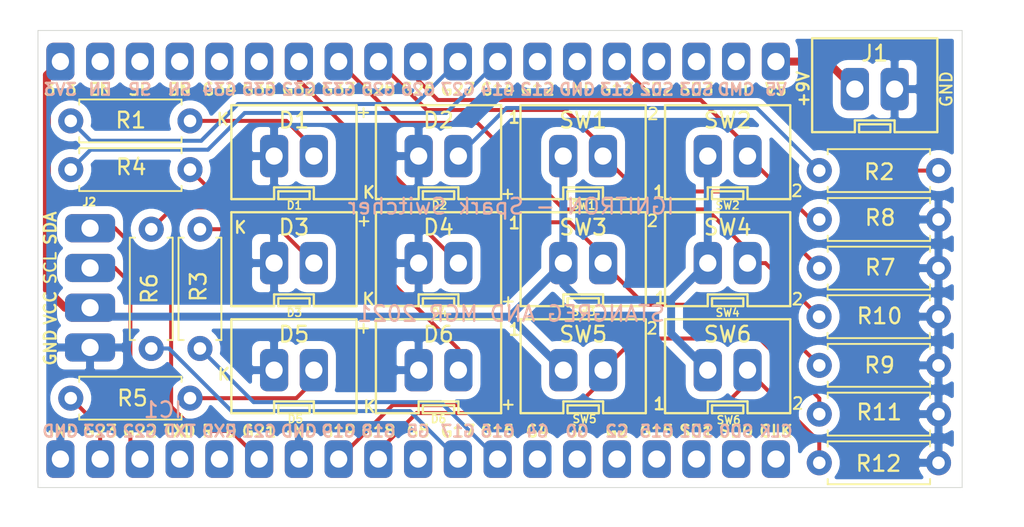
<source format=kicad_pcb>
(kicad_pcb (version 20171130) (host pcbnew 5.1.10)

  (general
    (thickness 1.6)
    (drawings 18)
    (tracks 116)
    (zones 0)
    (modules 27)
    (nets 24)
  )

  (page A4)
  (layers
    (0 F.Cu signal)
    (31 B.Cu signal)
    (32 B.Adhes user)
    (33 F.Adhes user)
    (34 B.Paste user)
    (35 F.Paste user)
    (36 B.SilkS user)
    (37 F.SilkS user)
    (38 B.Mask user)
    (39 F.Mask user)
    (40 Dwgs.User user)
    (41 Cmts.User user)
    (42 Eco1.User user)
    (43 Eco2.User user)
    (44 Edge.Cuts user)
    (45 Margin user)
    (46 B.CrtYd user)
    (47 F.CrtYd user)
    (48 B.Fab user hide)
    (49 F.Fab user hide)
  )

  (setup
    (last_trace_width 0.254)
    (user_trace_width 0.508)
    (user_trace_width 0.762)
    (trace_clearance 0.254)
    (zone_clearance 0.508)
    (zone_45_only no)
    (trace_min 0.1524)
    (via_size 0.762)
    (via_drill 0.381)
    (via_min_size 0.6858)
    (via_min_drill 0.3302)
    (uvia_size 0.762)
    (uvia_drill 0.381)
    (uvias_allowed no)
    (uvia_min_size 0.6858)
    (uvia_min_drill 0.3302)
    (edge_width 0.05)
    (segment_width 0.2)
    (pcb_text_width 0.3)
    (pcb_text_size 1.5 1.5)
    (mod_edge_width 0.12)
    (mod_text_size 1 1)
    (mod_text_width 0.15)
    (pad_size 1.524 1.524)
    (pad_drill 0.762)
    (pad_to_mask_clearance 0.0508)
    (aux_axis_origin 0 0)
    (grid_origin 119.38 63.5)
    (visible_elements FFFFFF7F)
    (pcbplotparams
      (layerselection 0x010f0_ffffffff)
      (usegerberextensions true)
      (usegerberattributes false)
      (usegerberadvancedattributes false)
      (creategerberjobfile false)
      (excludeedgelayer true)
      (linewidth 0.100000)
      (plotframeref false)
      (viasonmask false)
      (mode 1)
      (useauxorigin false)
      (hpglpennumber 1)
      (hpglpenspeed 20)
      (hpglpendiameter 15.000000)
      (psnegative false)
      (psa4output false)
      (plotreference true)
      (plotvalue false)
      (plotinvisibletext false)
      (padsonsilk false)
      (subtractmaskfromsilk false)
      (outputformat 1)
      (mirror false)
      (drillshape 0)
      (scaleselection 1)
      (outputdirectory "gerbers/"))
  )

  (net 0 "")
  (net 1 GND)
  (net 2 "Net-(D1-Pad2)")
  (net 3 "Net-(D2-Pad2)")
  (net 4 "Net-(D3-Pad2)")
  (net 5 "Net-(D4-Pad2)")
  (net 6 "Net-(D5-Pad2)")
  (net 7 "Net-(D6-Pad2)")
  (net 8 /G22)
  (net 9 /G21)
  (net 10 /G19)
  (net 11 /G18)
  (net 12 /G17)
  (net 13 /G16)
  (net 14 +3V3)
  (net 15 /G32)
  (net 16 /G33)
  (net 17 /G25)
  (net 18 /G26)
  (net 19 /G27)
  (net 20 /G14)
  (net 21 /G13)
  (net 22 +5V)
  (net 23 /G23)

  (net_class Default "Dies ist die voreingestellte Netzklasse."
    (clearance 0.254)
    (trace_width 0.254)
    (via_dia 0.762)
    (via_drill 0.381)
    (uvia_dia 0.762)
    (uvia_drill 0.381)
    (add_net +3V3)
    (add_net +5V)
    (add_net /G13)
    (add_net /G14)
    (add_net /G16)
    (add_net /G17)
    (add_net /G18)
    (add_net /G19)
    (add_net /G21)
    (add_net /G22)
    (add_net /G23)
    (add_net /G25)
    (add_net /G26)
    (add_net /G27)
    (add_net /G32)
    (add_net /G33)
    (add_net GND)
    (add_net "Net-(D1-Pad2)")
    (add_net "Net-(D2-Pad2)")
    (add_net "Net-(D3-Pad2)")
    (add_net "Net-(D4-Pad2)")
    (add_net "Net-(D5-Pad2)")
    (add_net "Net-(D6-Pad2)")
  )

  (module "00 Project Footprints:Conn_Socket_LED" (layer F.Cu) (tedit 612CFBCD) (tstamp 6134054D)
    (at 152.2476 99.4664)
    (path /61215D4B)
    (fp_text reference D1 (at 0 -2.286) (layer F.SilkS)
      (effects (font (size 1 1) (thickness 0.15)))
    )
    (fp_text value LED (at 0 3.8608) (layer F.Fab)
      (effects (font (size 1 1) (thickness 0.15)))
    )
    (fp_line (start -1 2.75) (end 1 2.75) (layer F.SilkS) (width 0.15))
    (fp_line (start -4 -3.25) (end 4 -3.25) (layer F.SilkS) (width 0.15))
    (fp_line (start -4 -3.25) (end -4 2.75) (layer F.SilkS) (width 0.15))
    (fp_line (start 4 -3.25) (end 4 2.75) (layer F.SilkS) (width 0.15))
    (fp_line (start -4 2.75) (end -1.27 2.75) (layer F.SilkS) (width 0.15))
    (fp_line (start 1.27 2.75) (end 4 2.75) (layer F.SilkS) (width 0.15))
    (fp_line (start -1.27 2.75) (end -1.27 2) (layer F.SilkS) (width 0.15))
    (fp_line (start -1.27 2) (end 1.27 2) (layer F.SilkS) (width 0.15))
    (fp_line (start 1.27 2) (end 1.27 2.75) (layer F.SilkS) (width 0.15))
    (fp_line (start -1 2.75) (end -1 2.25) (layer F.SilkS) (width 0.15))
    (fp_line (start -1 2.25) (end 1 2.25) (layer F.SilkS) (width 0.15))
    (fp_line (start 1 2.25) (end 1 2.7432) (layer F.SilkS) (width 0.15))
    (fp_text user K (at -4.5466 -2.3495 180) (layer F.SilkS)
      (effects (font (size 0.75 0.75) (thickness 0.15)))
    )
    (fp_text user + (at 4.3942 -2.77495 90) (layer F.SilkS)
      (effects (font (size 0.75 0.75) (thickness 0.125)))
    )
    (pad 1 thru_hole roundrect (at -1.27 0) (size 1.8 2.7) (drill 1.1) (layers *.Cu *.Mask) (roundrect_rratio 0.25)
      (net 1 GND))
    (pad 2 thru_hole roundrect (at 1.27 0) (size 1.8 2.7) (drill 1.1) (layers *.Cu *.Mask) (roundrect_rratio 0.25)
      (net 2 "Net-(D1-Pad2)"))
  )

  (module "00 Project Footprints:Conn_Socket_LED" (layer F.Cu) (tedit 612CFBCD) (tstamp 612DAD55)
    (at 161.484733 99.4664)
    (path /61218DF8)
    (fp_text reference D2 (at 0 -2.286) (layer F.SilkS)
      (effects (font (size 1 1) (thickness 0.15)))
    )
    (fp_text value LED (at 0 3.8608) (layer F.Fab)
      (effects (font (size 1 1) (thickness 0.15)))
    )
    (fp_line (start -1 2.75) (end 1 2.75) (layer F.SilkS) (width 0.15))
    (fp_line (start -4 -3.25) (end 4 -3.25) (layer F.SilkS) (width 0.15))
    (fp_line (start -4 -3.25) (end -4 2.75) (layer F.SilkS) (width 0.15))
    (fp_line (start 4 -3.25) (end 4 2.75) (layer F.SilkS) (width 0.15))
    (fp_line (start -4 2.75) (end -1.27 2.75) (layer F.SilkS) (width 0.15))
    (fp_line (start 1.27 2.75) (end 4 2.75) (layer F.SilkS) (width 0.15))
    (fp_line (start -1.27 2.75) (end -1.27 2) (layer F.SilkS) (width 0.15))
    (fp_line (start -1.27 2) (end 1.27 2) (layer F.SilkS) (width 0.15))
    (fp_line (start 1.27 2) (end 1.27 2.75) (layer F.SilkS) (width 0.15))
    (fp_line (start -1 2.75) (end -1 2.25) (layer F.SilkS) (width 0.15))
    (fp_line (start -1 2.25) (end 1 2.25) (layer F.SilkS) (width 0.15))
    (fp_line (start 1 2.25) (end 1 2.7432) (layer F.SilkS) (width 0.15))
    (fp_text user K (at -4.453466 2.3241 180) (layer F.SilkS)
      (effects (font (size 0.75 0.75) (thickness 0.15)))
    )
    (fp_text user + (at 4.373034 2.4257 90) (layer F.SilkS)
      (effects (font (size 0.75 0.75) (thickness 0.125)))
    )
    (pad 1 thru_hole roundrect (at -1.27 0) (size 1.8 2.7) (drill 1.1) (layers *.Cu *.Mask) (roundrect_rratio 0.25)
      (net 1 GND))
    (pad 2 thru_hole roundrect (at 1.27 0) (size 1.8 2.7) (drill 1.1) (layers *.Cu *.Mask) (roundrect_rratio 0.25)
      (net 3 "Net-(D2-Pad2)"))
  )

  (module "00 Project Footprints:Conn_Socket_LED" (layer F.Cu) (tedit 612CFBCD) (tstamp 612D7C01)
    (at 152.2476 106.30535)
    (path /61219644)
    (fp_text reference D3 (at 0 -2.286) (layer F.SilkS)
      (effects (font (size 1 1) (thickness 0.15)))
    )
    (fp_text value LED (at 0 3.8608) (layer F.Fab)
      (effects (font (size 1 1) (thickness 0.15)))
    )
    (fp_line (start -1 2.75) (end 1 2.75) (layer F.SilkS) (width 0.15))
    (fp_line (start -4 -3.25) (end 4 -3.25) (layer F.SilkS) (width 0.15))
    (fp_line (start -4 -3.25) (end -4 2.75) (layer F.SilkS) (width 0.15))
    (fp_line (start 4 -3.25) (end 4 2.75) (layer F.SilkS) (width 0.15))
    (fp_line (start -4 2.75) (end -1.27 2.75) (layer F.SilkS) (width 0.15))
    (fp_line (start 1.27 2.75) (end 4 2.75) (layer F.SilkS) (width 0.15))
    (fp_line (start -1.27 2.75) (end -1.27 2) (layer F.SilkS) (width 0.15))
    (fp_line (start -1.27 2) (end 1.27 2) (layer F.SilkS) (width 0.15))
    (fp_line (start 1.27 2) (end 1.27 2.75) (layer F.SilkS) (width 0.15))
    (fp_line (start -1 2.75) (end -1 2.25) (layer F.SilkS) (width 0.15))
    (fp_line (start -1 2.25) (end 1 2.25) (layer F.SilkS) (width 0.15))
    (fp_line (start 1 2.25) (end 1 2.7432) (layer F.SilkS) (width 0.15))
    (fp_text user K (at -3.429 -2.27965 180) (layer F.SilkS)
      (effects (font (size 0.75 0.75) (thickness 0.15)))
    )
    (fp_text user + (at 4.4196 -2.67335 90) (layer F.SilkS)
      (effects (font (size 0.75 0.75) (thickness 0.125)))
    )
    (pad 1 thru_hole roundrect (at -1.27 0) (size 1.8 2.7) (drill 1.1) (layers *.Cu *.Mask) (roundrect_rratio 0.25)
      (net 1 GND))
    (pad 2 thru_hole roundrect (at 1.27 0) (size 1.8 2.7) (drill 1.1) (layers *.Cu *.Mask) (roundrect_rratio 0.25)
      (net 4 "Net-(D3-Pad2)"))
  )

  (module "00 Project Footprints:Conn_Socket_LED" (layer F.Cu) (tedit 612CFBCD) (tstamp 612D7C15)
    (at 161.484733 106.30535)
    (path /6121B206)
    (fp_text reference D4 (at 0 -2.286) (layer F.SilkS)
      (effects (font (size 1 1) (thickness 0.15)))
    )
    (fp_text value LED (at 0 3.8608) (layer F.Fab)
      (effects (font (size 1 1) (thickness 0.15)))
    )
    (fp_line (start 1 2.25) (end 1 2.7432) (layer F.SilkS) (width 0.15))
    (fp_line (start -1 2.25) (end 1 2.25) (layer F.SilkS) (width 0.15))
    (fp_line (start -1 2.75) (end -1 2.25) (layer F.SilkS) (width 0.15))
    (fp_line (start 1.27 2) (end 1.27 2.75) (layer F.SilkS) (width 0.15))
    (fp_line (start -1.27 2) (end 1.27 2) (layer F.SilkS) (width 0.15))
    (fp_line (start -1.27 2.75) (end -1.27 2) (layer F.SilkS) (width 0.15))
    (fp_line (start 1.27 2.75) (end 4 2.75) (layer F.SilkS) (width 0.15))
    (fp_line (start -4 2.75) (end -1.27 2.75) (layer F.SilkS) (width 0.15))
    (fp_line (start 4 -3.25) (end 4 2.75) (layer F.SilkS) (width 0.15))
    (fp_line (start -4 -3.25) (end -4 2.75) (layer F.SilkS) (width 0.15))
    (fp_line (start -4 -3.25) (end 4 -3.25) (layer F.SilkS) (width 0.15))
    (fp_line (start -1 2.75) (end 1 2.75) (layer F.SilkS) (width 0.15))
    (fp_text user + (at 4.398434 2.45745 90) (layer F.SilkS)
      (effects (font (size 0.75 0.75) (thickness 0.125)))
    )
    (fp_text user K (at -4.478866 2.30505 180) (layer F.SilkS)
      (effects (font (size 0.75 0.75) (thickness 0.15)))
    )
    (pad 2 thru_hole roundrect (at 1.27 0) (size 1.8 2.7) (drill 1.1) (layers *.Cu *.Mask) (roundrect_rratio 0.25)
      (net 5 "Net-(D4-Pad2)"))
    (pad 1 thru_hole roundrect (at -1.27 0) (size 1.8 2.7) (drill 1.1) (layers *.Cu *.Mask) (roundrect_rratio 0.25)
      (net 1 GND))
  )

  (module "00 Project Footprints:Conn_Socket_LED" (layer F.Cu) (tedit 612CFBCD) (tstamp 612D7C29)
    (at 152.2476 113.1443)
    (path /612D03C9)
    (fp_text reference D5 (at 0 -2.286) (layer F.SilkS)
      (effects (font (size 1 1) (thickness 0.15)))
    )
    (fp_text value LED (at 0 3.8608) (layer F.Fab)
      (effects (font (size 1 1) (thickness 0.15)))
    )
    (fp_line (start 1 2.25) (end 1 2.7432) (layer F.SilkS) (width 0.15))
    (fp_line (start -1 2.25) (end 1 2.25) (layer F.SilkS) (width 0.15))
    (fp_line (start -1 2.75) (end -1 2.25) (layer F.SilkS) (width 0.15))
    (fp_line (start 1.27 2) (end 1.27 2.75) (layer F.SilkS) (width 0.15))
    (fp_line (start -1.27 2) (end 1.27 2) (layer F.SilkS) (width 0.15))
    (fp_line (start -1.27 2.75) (end -1.27 2) (layer F.SilkS) (width 0.15))
    (fp_line (start 1.27 2.75) (end 4 2.75) (layer F.SilkS) (width 0.15))
    (fp_line (start -4 2.75) (end -1.27 2.75) (layer F.SilkS) (width 0.15))
    (fp_line (start 4 -3.25) (end 4 2.75) (layer F.SilkS) (width 0.15))
    (fp_line (start -4 -3.25) (end -4 2.75) (layer F.SilkS) (width 0.15))
    (fp_line (start -4 -3.25) (end 4 -3.25) (layer F.SilkS) (width 0.15))
    (fp_line (start -1 2.75) (end 1 2.75) (layer F.SilkS) (width 0.15))
    (fp_text user + (at 4.3942 -2.667 90) (layer F.SilkS)
      (effects (font (size 0.75 0.75) (thickness 0.125)))
    )
    (fp_text user K (at -4.4831 0.2667 180) (layer F.SilkS)
      (effects (font (size 0.75 0.75) (thickness 0.15)))
    )
    (pad 2 thru_hole roundrect (at 1.27 0) (size 1.8 2.7) (drill 1.1) (layers *.Cu *.Mask) (roundrect_rratio 0.25)
      (net 6 "Net-(D5-Pad2)"))
    (pad 1 thru_hole roundrect (at -1.27 0) (size 1.8 2.7) (drill 1.1) (layers *.Cu *.Mask) (roundrect_rratio 0.25)
      (net 1 GND))
  )

  (module "00 Project Footprints:Conn_Socket_LED" (layer F.Cu) (tedit 612CFBCD) (tstamp 612D7C3D)
    (at 161.484733 113.1443)
    (path /612D12EE)
    (fp_text reference D6 (at 0 -2.286) (layer F.SilkS)
      (effects (font (size 1 1) (thickness 0.15)))
    )
    (fp_text value LED (at 0 3.8608) (layer F.Fab)
      (effects (font (size 1 1) (thickness 0.15)))
    )
    (fp_line (start 1 2.25) (end 1 2.7432) (layer F.SilkS) (width 0.15))
    (fp_line (start -1 2.25) (end 1 2.25) (layer F.SilkS) (width 0.15))
    (fp_line (start -1 2.75) (end -1 2.25) (layer F.SilkS) (width 0.15))
    (fp_line (start 1.27 2) (end 1.27 2.75) (layer F.SilkS) (width 0.15))
    (fp_line (start -1.27 2) (end 1.27 2) (layer F.SilkS) (width 0.15))
    (fp_line (start -1.27 2.75) (end -1.27 2) (layer F.SilkS) (width 0.15))
    (fp_line (start 1.27 2.75) (end 4 2.75) (layer F.SilkS) (width 0.15))
    (fp_line (start -4 2.75) (end -1.27 2.75) (layer F.SilkS) (width 0.15))
    (fp_line (start 4 -3.25) (end 4 2.75) (layer F.SilkS) (width 0.15))
    (fp_line (start -4 -3.25) (end -4 2.75) (layer F.SilkS) (width 0.15))
    (fp_line (start -4 -3.25) (end 4 -3.25) (layer F.SilkS) (width 0.15))
    (fp_line (start -1 2.75) (end 1 2.75) (layer F.SilkS) (width 0.15))
    (fp_text user + (at 4.398434 2.2098 90) (layer F.SilkS)
      (effects (font (size 0.75 0.75) (thickness 0.125)))
    )
    (fp_text user K (at -4.415366 2.3368 180) (layer F.SilkS)
      (effects (font (size 0.75 0.75) (thickness 0.15)))
    )
    (pad 2 thru_hole roundrect (at 1.27 0) (size 1.8 2.7) (drill 1.1) (layers *.Cu *.Mask) (roundrect_rratio 0.25)
      (net 7 "Net-(D6-Pad2)"))
    (pad 1 thru_hole roundrect (at -1.27 0) (size 1.8 2.7) (drill 1.1) (layers *.Cu *.Mask) (roundrect_rratio 0.25)
      (net 1 GND))
  )

  (module "00 Project Footprints:ESP32-Pinout" (layer B.Cu) (tedit 612CF703) (tstamp 612D7CB3)
    (at 160.1834 106.1274)
    (path /612B80E6)
    (fp_text reference IC1 (at -16.3178 9.5566) (layer B.SilkS)
      (effects (font (size 1 1) (thickness 0.15)) (justify mirror))
    )
    (fp_text value ESP32-Pinout (at 0 0.5) (layer B.Fab)
      (effects (font (size 1 1) (thickness 0.15)) (justify mirror))
    )
    (fp_text user GND (at -22.86 10.922) (layer B.SilkS)
      (effects (font (size 0.75 0.75) (thickness 0.15)) (justify mirror))
    )
    (fp_text user G23 (at -20.32 10.922) (layer B.SilkS)
      (effects (font (size 0.75 0.75) (thickness 0.15)) (justify mirror))
    )
    (fp_text user G22 (at -17.78 10.922) (layer B.SilkS)
      (effects (font (size 0.75 0.75) (thickness 0.15)) (justify mirror))
    )
    (fp_text user TXD (at -15.24 10.922) (layer B.SilkS)
      (effects (font (size 0.75 0.75) (thickness 0.15)) (justify mirror))
    )
    (fp_text user RXD (at -12.7 10.922) (layer B.SilkS)
      (effects (font (size 0.75 0.75) (thickness 0.15)) (justify mirror))
    )
    (fp_text user G21 (at -10.16 10.922) (layer B.SilkS)
      (effects (font (size 0.75 0.75) (thickness 0.15)) (justify mirror))
    )
    (fp_text user GND (at -7.62 10.922) (layer B.SilkS)
      (effects (font (size 0.75 0.75) (thickness 0.15)) (justify mirror))
    )
    (fp_text user G19 (at -5.08 10.922) (layer B.SilkS)
      (effects (font (size 0.75 0.75) (thickness 0.15)) (justify mirror))
    )
    (fp_text user G18 (at -2.54 10.922) (layer B.SilkS)
      (effects (font (size 0.75 0.75) (thickness 0.15)) (justify mirror))
    )
    (fp_text user G5 (at 0 10.922) (layer B.SilkS)
      (effects (font (size 0.75 0.75) (thickness 0.15)) (justify mirror))
    )
    (fp_text user G17 (at 2.54 10.922) (layer B.SilkS)
      (effects (font (size 0.75 0.75) (thickness 0.15)) (justify mirror))
    )
    (fp_text user G16 (at 5.08 10.922) (layer B.SilkS)
      (effects (font (size 0.75 0.75) (thickness 0.15)) (justify mirror))
    )
    (fp_text user G4 (at 7.62 10.922) (layer B.SilkS)
      (effects (font (size 0.75 0.75) (thickness 0.15)) (justify mirror))
    )
    (fp_text user G0 (at 10.16 10.922) (layer B.SilkS)
      (effects (font (size 0.75 0.75) (thickness 0.15)) (justify mirror))
    )
    (fp_text user G2 (at 12.7 10.922) (layer B.SilkS)
      (effects (font (size 0.75 0.75) (thickness 0.15)) (justify mirror))
    )
    (fp_text user G15 (at 15.24 10.922) (layer B.SilkS)
      (effects (font (size 0.75 0.75) (thickness 0.15)) (justify mirror))
    )
    (fp_text user SD1 (at 17.78 10.922) (layer B.SilkS)
      (effects (font (size 0.75 0.75) (thickness 0.15)) (justify mirror))
    )
    (fp_text user SD0 (at 20.32 10.922) (layer B.SilkS)
      (effects (font (size 0.75 0.75) (thickness 0.15)) (justify mirror))
    )
    (fp_text user CLK (at 22.86 10.922) (layer B.SilkS)
      (effects (font (size 0.75 0.75) (thickness 0.15)) (justify mirror))
    )
    (fp_text user SN (at -15.24 -10.922) (layer B.SilkS)
      (effects (font (size 0.75 0.75) (thickness 0.15)) (justify mirror))
    )
    (fp_text user G25 (at -2.54 -10.922) (layer B.SilkS)
      (effects (font (size 0.75 0.75) (thickness 0.15)) (justify mirror))
    )
    (fp_text user G27 (at 2.54 -10.922) (layer B.SilkS)
      (effects (font (size 0.75 0.75) (thickness 0.15)) (justify mirror))
    )
    (fp_text user G35 (at -10.16 -10.922) (layer B.SilkS)
      (effects (font (size 0.75 0.75) (thickness 0.15)) (justify mirror))
    )
    (fp_text user 3V3 (at -22.86 -10.922) (layer B.SilkS)
      (effects (font (size 0.75 0.75) (thickness 0.15)) (justify mirror))
    )
    (fp_text user G34 (at -12.7 -10.922) (layer B.SilkS)
      (effects (font (size 0.75 0.75) (thickness 0.15)) (justify mirror))
    )
    (fp_text user EN (at -20.32 -10.922) (layer B.SilkS)
      (effects (font (size 0.75 0.75) (thickness 0.15)) (justify mirror))
    )
    (fp_text user G13 (at 12.7 -10.922) (layer B.SilkS)
      (effects (font (size 0.75 0.75) (thickness 0.15)) (justify mirror))
    )
    (fp_text user G26 (at 0 -10.922) (layer B.SilkS)
      (effects (font (size 0.75 0.75) (thickness 0.15)) (justify mirror))
    )
    (fp_text user SD2 (at 15.24 -10.922) (layer B.SilkS)
      (effects (font (size 0.75 0.75) (thickness 0.15)) (justify mirror))
    )
    (fp_text user G14 (at 5.08 -10.922) (layer B.SilkS)
      (effects (font (size 0.75 0.75) (thickness 0.15)) (justify mirror))
    )
    (fp_text user SD3 (at 17.78 -10.922) (layer B.SilkS)
      (effects (font (size 0.75 0.75) (thickness 0.15)) (justify mirror))
    )
    (fp_text user SP (at -17.78 -10.922) (layer B.SilkS)
      (effects (font (size 0.75 0.75) (thickness 0.15)) (justify mirror))
    )
    (fp_text user G12 (at 7.62 -10.922) (layer B.SilkS)
      (effects (font (size 0.75 0.75) (thickness 0.15)) (justify mirror))
    )
    (fp_text user GND (at 10.16 -10.922) (layer B.SilkS)
      (effects (font (size 0.75 0.75) (thickness 0.15)) (justify mirror))
    )
    (fp_text user G32 (at -7.62 -10.922) (layer B.SilkS)
      (effects (font (size 0.75 0.75) (thickness 0.15)) (justify mirror))
    )
    (fp_text user V5 (at 22.86 -10.922) (layer B.SilkS)
      (effects (font (size 0.75 0.75) (thickness 0.15)) (justify mirror))
    )
    (fp_text user G33 (at -5.08 -10.922) (layer B.SilkS)
      (effects (font (size 0.75 0.75) (thickness 0.15)) (justify mirror))
    )
    (fp_text user CMD (at 20.32 -10.922) (layer B.SilkS)
      (effects (font (size 0.75 0.75) (thickness 0.15)) (justify mirror))
    )
    (fp_text user G23 (at -20.32 10.922) (layer F.SilkS)
      (effects (font (size 0.75 0.75) (thickness 0.15)))
    )
    (fp_text user G15 (at 15.24 10.922) (layer F.SilkS)
      (effects (font (size 0.75 0.75) (thickness 0.15)))
    )
    (fp_text user GND (at -7.62 10.922) (layer F.SilkS)
      (effects (font (size 0.75 0.75) (thickness 0.15)))
    )
    (fp_text user SD0 (at 20.32 10.922) (layer F.SilkS)
      (effects (font (size 0.75 0.75) (thickness 0.15)))
    )
    (fp_text user G21 (at -10.16 10.922) (layer F.SilkS)
      (effects (font (size 0.75 0.75) (thickness 0.15)))
    )
    (fp_text user G2 (at 12.7 10.922) (layer F.SilkS)
      (effects (font (size 0.75 0.75) (thickness 0.15)))
    )
    (fp_text user G18 (at -2.54 10.922) (layer F.SilkS)
      (effects (font (size 0.75 0.75) (thickness 0.15)))
    )
    (fp_text user G17 (at 2.54 10.922) (layer F.SilkS)
      (effects (font (size 0.75 0.75) (thickness 0.15)))
    )
    (fp_text user G19 (at -5.08 10.922) (layer F.SilkS)
      (effects (font (size 0.75 0.75) (thickness 0.15)))
    )
    (fp_text user G5 (at 0 10.922) (layer F.SilkS)
      (effects (font (size 0.75 0.75) (thickness 0.15)))
    )
    (fp_text user G4 (at 7.62 10.922) (layer F.SilkS)
      (effects (font (size 0.75 0.75) (thickness 0.15)))
    )
    (fp_text user RXD (at -12.7 10.922) (layer F.SilkS)
      (effects (font (size 0.75 0.75) (thickness 0.15)))
    )
    (fp_text user G22 (at -17.78 10.922) (layer F.SilkS)
      (effects (font (size 0.75 0.75) (thickness 0.15)))
    )
    (fp_text user CLK (at 22.86 10.922) (layer F.SilkS)
      (effects (font (size 0.75 0.75) (thickness 0.15)))
    )
    (fp_text user TXD (at -15.24 10.922) (layer F.SilkS)
      (effects (font (size 0.75 0.75) (thickness 0.15)))
    )
    (fp_text user SD1 (at 17.78 10.922) (layer F.SilkS)
      (effects (font (size 0.75 0.75) (thickness 0.15)))
    )
    (fp_text user GND (at -22.86 10.922) (layer F.SilkS)
      (effects (font (size 0.75 0.75) (thickness 0.15)))
    )
    (fp_text user G0 (at 10.16 10.922) (layer F.SilkS)
      (effects (font (size 0.75 0.75) (thickness 0.15)))
    )
    (fp_text user G16 (at 5.08 10.922) (layer F.SilkS)
      (effects (font (size 0.75 0.75) (thickness 0.15)))
    )
    (fp_text user CMD (at 20.32 -10.922) (layer F.SilkS)
      (effects (font (size 0.75 0.75) (thickness 0.15)))
    )
    (fp_text user G13 (at 12.7 -10.922) (layer F.SilkS)
      (effects (font (size 0.75 0.75) (thickness 0.15)))
    )
    (fp_text user G27 (at 2.54 -10.922) (layer F.SilkS)
      (effects (font (size 0.75 0.75) (thickness 0.15)))
    )
    (fp_text user GND (at 10.16 -10.922) (layer F.SilkS)
      (effects (font (size 0.75 0.75) (thickness 0.15)))
    )
    (fp_text user SN (at -15.24 -10.922) (layer F.SilkS)
      (effects (font (size 0.75 0.75) (thickness 0.15)))
    )
    (fp_text user SD3 (at 17.78 -10.922) (layer F.SilkS)
      (effects (font (size 0.75 0.75) (thickness 0.15)))
    )
    (fp_text user V5 (at 22.86 -10.922) (layer F.SilkS)
      (effects (font (size 0.75 0.75) (thickness 0.15)))
    )
    (fp_text user G32 (at -7.62 -10.922) (layer F.SilkS)
      (effects (font (size 0.75 0.75) (thickness 0.15)))
    )
    (fp_text user SD2 (at 15.24 -10.922) (layer F.SilkS)
      (effects (font (size 0.75 0.75) (thickness 0.15)))
    )
    (fp_text user G35 (at -10.16 -10.922) (layer F.SilkS)
      (effects (font (size 0.75 0.75) (thickness 0.15)))
    )
    (fp_text user G12 (at 7.62 -10.922) (layer F.SilkS)
      (effects (font (size 0.75 0.75) (thickness 0.15)))
    )
    (fp_text user G33 (at -5.08 -10.922) (layer F.SilkS)
      (effects (font (size 0.75 0.75) (thickness 0.15)))
    )
    (fp_text user SP (at -17.78 -10.922) (layer F.SilkS)
      (effects (font (size 0.75 0.75) (thickness 0.15)))
    )
    (fp_text user G25 (at -2.54 -10.922) (layer F.SilkS)
      (effects (font (size 0.75 0.75) (thickness 0.15)))
    )
    (fp_text user G34 (at -12.7 -10.922) (layer F.SilkS)
      (effects (font (size 0.75 0.75) (thickness 0.15)))
    )
    (fp_text user EN (at -20.32 -10.922) (layer F.SilkS)
      (effects (font (size 0.75 0.75) (thickness 0.15)))
    )
    (fp_text user 3V3 (at -22.86 -10.922) (layer F.SilkS)
      (effects (font (size 0.75 0.75) (thickness 0.15)))
    )
    (fp_text user G26 (at 0 -10.922) (layer F.SilkS)
      (effects (font (size 0.75 0.75) (thickness 0.15)))
    )
    (fp_text user G14 (at 5.08 -10.922) (layer F.SilkS)
      (effects (font (size 0.75 0.75) (thickness 0.15)))
    )
    (pad 1 thru_hole roundrect (at -22.86 12.7) (size 1.8 2.4) (drill 1.1) (layers *.Cu *.Mask) (roundrect_rratio 0.25)
      (net 1 GND))
    (pad 2 thru_hole roundrect (at -20.32 12.7) (size 1.8 2.4) (drill 1.1) (layers *.Cu *.Mask) (roundrect_rratio 0.25)
      (net 23 /G23))
    (pad 3 thru_hole roundrect (at -17.78 12.7) (size 1.8 2.4) (drill 1.1) (layers *.Cu *.Mask) (roundrect_rratio 0.25)
      (net 8 /G22))
    (pad 4 thru_hole roundrect (at -15.24 12.7) (size 1.8 2.4) (drill 1.1) (layers *.Cu *.Mask) (roundrect_rratio 0.25))
    (pad 5 thru_hole roundrect (at -12.7 12.7) (size 1.8 2.4) (drill 1.1) (layers *.Cu *.Mask) (roundrect_rratio 0.25))
    (pad 6 thru_hole roundrect (at -10.16 12.7) (size 1.8 2.4) (drill 1.1) (layers *.Cu *.Mask) (roundrect_rratio 0.25)
      (net 9 /G21))
    (pad 7 thru_hole roundrect (at -7.62 12.7) (size 1.8 2.4) (drill 1.1) (layers *.Cu *.Mask) (roundrect_rratio 0.25)
      (net 1 GND))
    (pad 8 thru_hole roundrect (at -5.08 12.7) (size 1.8 2.4) (drill 1.1) (layers *.Cu *.Mask) (roundrect_rratio 0.25)
      (net 10 /G19))
    (pad 9 thru_hole roundrect (at -2.54 12.7) (size 1.8 2.4) (drill 1.1) (layers *.Cu *.Mask) (roundrect_rratio 0.25)
      (net 11 /G18))
    (pad 10 thru_hole roundrect (at 0 12.7) (size 1.8 2.4) (drill 1.1) (layers *.Cu *.Mask) (roundrect_rratio 0.25))
    (pad 11 thru_hole roundrect (at 2.54 12.7) (size 1.8 2.4) (drill 1.1) (layers *.Cu *.Mask) (roundrect_rratio 0.25)
      (net 12 /G17))
    (pad 12 thru_hole roundrect (at 5.08 12.7) (size 1.8 2.4) (drill 1.1) (layers *.Cu *.Mask) (roundrect_rratio 0.25)
      (net 13 /G16))
    (pad 13 thru_hole roundrect (at 7.62 12.7) (size 1.8 2.4) (drill 1.1) (layers *.Cu *.Mask) (roundrect_rratio 0.25))
    (pad 14 thru_hole roundrect (at 10.16 12.7) (size 1.8 2.4) (drill 1.1) (layers *.Cu *.Mask) (roundrect_rratio 0.25))
    (pad 15 thru_hole roundrect (at 12.7 12.7) (size 1.8 2.4) (drill 1.1) (layers *.Cu *.Mask) (roundrect_rratio 0.25))
    (pad 16 thru_hole roundrect (at 15.24 12.7) (size 1.8 2.4) (drill 1.1) (layers *.Cu *.Mask) (roundrect_rratio 0.25))
    (pad 17 thru_hole roundrect (at 17.78 12.7) (size 1.8 2.4) (drill 1.1) (layers *.Cu *.Mask) (roundrect_rratio 0.25))
    (pad 18 thru_hole roundrect (at 20.32 12.7) (size 1.8 2.4) (drill 1.1) (layers *.Cu *.Mask) (roundrect_rratio 0.25))
    (pad 19 thru_hole roundrect (at 22.86 12.7) (size 1.8 2.4) (drill 1.1) (layers *.Cu *.Mask) (roundrect_rratio 0.25))
    (pad 20 thru_hole roundrect (at -22.86 -12.7) (size 1.8 2.4) (drill 1.1) (layers *.Cu *.Mask) (roundrect_rratio 0.25)
      (net 14 +3V3))
    (pad 21 thru_hole roundrect (at -20.32 -12.7) (size 1.8 2.4) (drill 1.1) (layers *.Cu *.Mask) (roundrect_rratio 0.25))
    (pad 22 thru_hole roundrect (at -17.78 -12.7) (size 1.8 2.4) (drill 1.1) (layers *.Cu *.Mask) (roundrect_rratio 0.25))
    (pad 23 thru_hole roundrect (at -15.24 -12.7) (size 1.8 2.4) (drill 1.1) (layers *.Cu *.Mask) (roundrect_rratio 0.25))
    (pad 24 thru_hole roundrect (at -12.7 -12.7) (size 1.8 2.4) (drill 1.1) (layers *.Cu *.Mask) (roundrect_rratio 0.25))
    (pad 25 thru_hole roundrect (at -10.16 -12.7) (size 1.8 2.4) (drill 1.1) (layers *.Cu *.Mask) (roundrect_rratio 0.25))
    (pad 26 thru_hole roundrect (at -7.62 -12.7) (size 1.8 2.4) (drill 1.1) (layers *.Cu *.Mask) (roundrect_rratio 0.25)
      (net 15 /G32))
    (pad 27 thru_hole roundrect (at -5.08 -12.7) (size 1.8 2.4) (drill 1.1) (layers *.Cu *.Mask) (roundrect_rratio 0.25)
      (net 16 /G33))
    (pad 28 thru_hole roundrect (at -2.54 -12.7) (size 1.8 2.4) (drill 1.1) (layers *.Cu *.Mask) (roundrect_rratio 0.25)
      (net 17 /G25))
    (pad 29 thru_hole roundrect (at 0 -12.7) (size 1.8 2.4) (drill 1.1) (layers *.Cu *.Mask) (roundrect_rratio 0.25)
      (net 18 /G26))
    (pad 30 thru_hole roundrect (at 2.54 -12.7) (size 1.8 2.4) (drill 1.1) (layers *.Cu *.Mask) (roundrect_rratio 0.25)
      (net 19 /G27))
    (pad 31 thru_hole roundrect (at 5.08 -12.7) (size 1.8 2.4) (drill 1.1) (layers *.Cu *.Mask) (roundrect_rratio 0.25)
      (net 20 /G14))
    (pad 32 thru_hole roundrect (at 7.62 -12.7) (size 1.8 2.4) (drill 1.1) (layers *.Cu *.Mask) (roundrect_rratio 0.25))
    (pad 33 thru_hole roundrect (at 10.16 -12.7) (size 1.8 2.4) (drill 1.1) (layers *.Cu *.Mask) (roundrect_rratio 0.25)
      (net 1 GND))
    (pad 34 thru_hole roundrect (at 12.7 -12.7) (size 1.8 2.4) (drill 1.1) (layers *.Cu *.Mask) (roundrect_rratio 0.25)
      (net 21 /G13))
    (pad 35 thru_hole roundrect (at 15.24 -12.7) (size 1.8 2.4) (drill 1.1) (layers *.Cu *.Mask) (roundrect_rratio 0.25))
    (pad 36 thru_hole roundrect (at 17.78 -12.7) (size 1.8 2.4) (drill 1.1) (layers *.Cu *.Mask) (roundrect_rratio 0.25))
    (pad 37 thru_hole roundrect (at 20.32 -12.7) (size 1.8 2.4) (drill 1.1) (layers *.Cu *.Mask) (roundrect_rratio 0.25))
    (pad 38 thru_hole roundrect (at 22.86 -12.7) (size 1.8 2.4) (drill 1.1) (layers *.Cu *.Mask) (roundrect_rratio 0.25)
      (net 22 +5V))
  )

  (module "00 Project Footprints:Conn_Socket_Power" (layer F.Cu) (tedit 612CFB94) (tstamp 61363BD0)
    (at 189.357 95.1865)
    (path /5DBD6C23)
    (fp_text reference J1 (at 0 -2.286) (layer F.SilkS)
      (effects (font (size 1 1) (thickness 0.15)))
    )
    (fp_text value PowerIn (at 0 3.8608) (layer F.Fab)
      (effects (font (size 1 1) (thickness 0.15)))
    )
    (fp_line (start -1 2.75) (end 1 2.75) (layer F.SilkS) (width 0.15))
    (fp_line (start -4 -3.25) (end 4 -3.25) (layer F.SilkS) (width 0.15))
    (fp_line (start -4 -3.25) (end -4 2.75) (layer F.SilkS) (width 0.15))
    (fp_line (start 4 -3.25) (end 4 2.75) (layer F.SilkS) (width 0.15))
    (fp_line (start -4 2.75) (end -1.27 2.75) (layer F.SilkS) (width 0.15))
    (fp_line (start 1.27 2.75) (end 4 2.75) (layer F.SilkS) (width 0.15))
    (fp_line (start -1.27 2.75) (end -1.27 2) (layer F.SilkS) (width 0.15))
    (fp_line (start -1.27 2) (end 1.27 2) (layer F.SilkS) (width 0.15))
    (fp_line (start 1.27 2) (end 1.27 2.75) (layer F.SilkS) (width 0.15))
    (fp_line (start -1 2.75) (end -1 2.25) (layer F.SilkS) (width 0.15))
    (fp_line (start -1 2.25) (end 1 2.25) (layer F.SilkS) (width 0.15))
    (fp_line (start 1 2.25) (end 1 2.7432) (layer F.SilkS) (width 0.15))
    (fp_text user GND (at 4.572 0 90) (layer F.SilkS)
      (effects (font (size 0.75 0.75) (thickness 0.125)))
    )
    (fp_text user +9V (at -4.572 0 90) (layer F.SilkS)
      (effects (font (size 0.75 0.75) (thickness 0.15)))
    )
    (pad 2 thru_hole roundrect (at 1.27 0) (size 1.8 2.7) (drill 1.1) (layers *.Cu *.Mask) (roundrect_rratio 0.25)
      (net 1 GND))
    (pad 1 thru_hole roundrect (at -1.27 0) (size 1.8 2.7) (drill 1.1) (layers *.Cu *.Mask) (roundrect_rratio 0.25)
      (net 22 +5V))
  )

  (module "00 Project Footprints:SSD_1306" (layer F.Cu) (tedit 612CF698) (tstamp 61363B3A)
    (at 139.2174 111.6965 90)
    (path /612D1309)
    (fp_text reference J2 (at 9.2964 -0.0508) (layer F.SilkS)
      (effects (font (size 0.5 0.5) (thickness 0.125)))
    )
    (fp_text value SSD_1306 (at 3.81 2.54 90) (layer F.Fab)
      (effects (font (size 1 1) (thickness 0.15)))
    )
    (fp_text user GND (at 0 -2.54 270) (layer F.SilkS)
      (effects (font (size 0.75 0.75) (thickness 0.15)))
    )
    (fp_text user SCL (at 5.08 -2.54 270) (layer F.SilkS)
      (effects (font (size 0.75 0.75) (thickness 0.125)))
    )
    (fp_text user VCC (at 2.54 -2.54 90) (layer F.SilkS)
      (effects (font (size 0.75 0.75) (thickness 0.15)))
    )
    (fp_text user SDA (at 7.62 -2.54 90) (layer F.SilkS)
      (effects (font (size 0.75 0.75) (thickness 0.15)))
    )
    (pad 1 thru_hole roundrect (at 0 0 90) (size 1.8 3.2) (drill 1.1) (layers *.Cu *.Mask) (roundrect_rratio 0.25)
      (net 1 GND))
    (pad 2 thru_hole roundrect (at 2.54 0 90) (size 1.8 3.2) (drill 1.1) (layers *.Cu *.Mask) (roundrect_rratio 0.25)
      (net 14 +3V3))
    (pad 3 thru_hole roundrect (at 5.08 0 90) (size 1.8 3.2) (drill 1.1) (layers *.Cu *.Mask) (roundrect_rratio 0.25)
      (net 8 /G22))
    (pad 4 thru_hole roundrect (at 7.62 0 90) (size 1.8 3.2) (drill 1.1) (layers *.Cu *.Mask) (roundrect_rratio 0.25)
      (net 9 /G21))
  )

  (module Resistor_THT:R_Axial_DIN0207_L6.3mm_D2.5mm_P7.62mm_Horizontal (layer F.Cu) (tedit 5AE5139B) (tstamp 612D8D06)
    (at 137.9855 97.2185)
    (descr "Resistor, Axial_DIN0207 series, Axial, Horizontal, pin pitch=7.62mm, 0.25W = 1/4W, length*diameter=6.3*2.5mm^2, http://cdn-reichelt.de/documents/datenblatt/B400/1_4W%23YAG.pdf")
    (tags "Resistor Axial_DIN0207 series Axial Horizontal pin pitch 7.62mm 0.25W = 1/4W length 6.3mm diameter 2.5mm")
    (path /6121BCA6)
    (fp_text reference R1 (at 3.833899 -0.039101) (layer F.SilkS)
      (effects (font (size 1 1) (thickness 0.15)))
    )
    (fp_text value R_P1 (at 3.81 2.37) (layer F.Fab)
      (effects (font (size 1 1) (thickness 0.15)))
    )
    (fp_line (start 8.67 -1.5) (end -1.05 -1.5) (layer F.CrtYd) (width 0.05))
    (fp_line (start 8.67 1.5) (end 8.67 -1.5) (layer F.CrtYd) (width 0.05))
    (fp_line (start -1.05 1.5) (end 8.67 1.5) (layer F.CrtYd) (width 0.05))
    (fp_line (start -1.05 -1.5) (end -1.05 1.5) (layer F.CrtYd) (width 0.05))
    (fp_line (start 7.08 1.37) (end 7.08 1.04) (layer F.SilkS) (width 0.12))
    (fp_line (start 0.54 1.37) (end 7.08 1.37) (layer F.SilkS) (width 0.12))
    (fp_line (start 0.54 1.04) (end 0.54 1.37) (layer F.SilkS) (width 0.12))
    (fp_line (start 7.08 -1.37) (end 7.08 -1.04) (layer F.SilkS) (width 0.12))
    (fp_line (start 0.54 -1.37) (end 7.08 -1.37) (layer F.SilkS) (width 0.12))
    (fp_line (start 0.54 -1.04) (end 0.54 -1.37) (layer F.SilkS) (width 0.12))
    (fp_line (start 7.62 0) (end 6.96 0) (layer F.Fab) (width 0.1))
    (fp_line (start 0 0) (end 0.66 0) (layer F.Fab) (width 0.1))
    (fp_line (start 6.96 -1.25) (end 0.66 -1.25) (layer F.Fab) (width 0.1))
    (fp_line (start 6.96 1.25) (end 6.96 -1.25) (layer F.Fab) (width 0.1))
    (fp_line (start 0.66 1.25) (end 6.96 1.25) (layer F.Fab) (width 0.1))
    (fp_line (start 0.66 -1.25) (end 0.66 1.25) (layer F.Fab) (width 0.1))
    (fp_text user %R (at 3.81 0) (layer F.Fab)
      (effects (font (size 1 1) (thickness 0.15)))
    )
    (pad 1 thru_hole circle (at 0 0) (size 1.6 1.6) (drill 0.8) (layers *.Cu *.Mask)
      (net 19 /G27))
    (pad 2 thru_hole oval (at 7.62 0) (size 1.6 1.6) (drill 0.8) (layers *.Cu *.Mask)
      (net 2 "Net-(D1-Pad2)"))
    (model ${KISYS3DMOD}/Resistor_THT.3dshapes/R_Axial_DIN0207_L6.3mm_D2.5mm_P7.62mm_Horizontal.wrl
      (at (xyz 0 0 0))
      (scale (xyz 1 1 1))
      (rotate (xyz 0 0 0))
    )
  )

  (module Resistor_THT:R_Axial_DIN0207_L6.3mm_D2.5mm_P7.62mm_Horizontal (layer F.Cu) (tedit 5AE5139B) (tstamp 61363AC1)
    (at 193.4337 100.3935 180)
    (descr "Resistor, Axial_DIN0207 series, Axial, Horizontal, pin pitch=7.62mm, 0.25W = 1/4W, length*diameter=6.3*2.5mm^2, http://cdn-reichelt.de/documents/datenblatt/B400/1_4W%23YAG.pdf")
    (tags "Resistor Axial_DIN0207 series Axial Horizontal pin pitch 7.62mm 0.25W = 1/4W length 6.3mm diameter 2.5mm")
    (path /6121DBE1)
    (fp_text reference R2 (at 3.788699 -0.086301) (layer F.SilkS)
      (effects (font (size 1 1) (thickness 0.15)))
    )
    (fp_text value R_P2 (at 3.81 2.37) (layer F.Fab)
      (effects (font (size 1 1) (thickness 0.15)))
    )
    (fp_line (start 0.66 -1.25) (end 0.66 1.25) (layer F.Fab) (width 0.1))
    (fp_line (start 0.66 1.25) (end 6.96 1.25) (layer F.Fab) (width 0.1))
    (fp_line (start 6.96 1.25) (end 6.96 -1.25) (layer F.Fab) (width 0.1))
    (fp_line (start 6.96 -1.25) (end 0.66 -1.25) (layer F.Fab) (width 0.1))
    (fp_line (start 0 0) (end 0.66 0) (layer F.Fab) (width 0.1))
    (fp_line (start 7.62 0) (end 6.96 0) (layer F.Fab) (width 0.1))
    (fp_line (start 0.54 -1.04) (end 0.54 -1.37) (layer F.SilkS) (width 0.12))
    (fp_line (start 0.54 -1.37) (end 7.08 -1.37) (layer F.SilkS) (width 0.12))
    (fp_line (start 7.08 -1.37) (end 7.08 -1.04) (layer F.SilkS) (width 0.12))
    (fp_line (start 0.54 1.04) (end 0.54 1.37) (layer F.SilkS) (width 0.12))
    (fp_line (start 0.54 1.37) (end 7.08 1.37) (layer F.SilkS) (width 0.12))
    (fp_line (start 7.08 1.37) (end 7.08 1.04) (layer F.SilkS) (width 0.12))
    (fp_line (start -1.05 -1.5) (end -1.05 1.5) (layer F.CrtYd) (width 0.05))
    (fp_line (start -1.05 1.5) (end 8.67 1.5) (layer F.CrtYd) (width 0.05))
    (fp_line (start 8.67 1.5) (end 8.67 -1.5) (layer F.CrtYd) (width 0.05))
    (fp_line (start 8.67 -1.5) (end -1.05 -1.5) (layer F.CrtYd) (width 0.05))
    (fp_text user %R (at 3.81 0) (layer F.Fab)
      (effects (font (size 1 1) (thickness 0.15)))
    )
    (pad 2 thru_hole oval (at 7.62 0 180) (size 1.6 1.6) (drill 0.8) (layers *.Cu *.Mask)
      (net 3 "Net-(D2-Pad2)"))
    (pad 1 thru_hole circle (at 0 0 180) (size 1.6 1.6) (drill 0.8) (layers *.Cu *.Mask)
      (net 21 /G13))
    (model ${KISYS3DMOD}/Resistor_THT.3dshapes/R_Axial_DIN0207_L6.3mm_D2.5mm_P7.62mm_Horizontal.wrl
      (at (xyz 0 0 0))
      (scale (xyz 1 1 1))
      (rotate (xyz 0 0 0))
    )
  )

  (module Resistor_THT:R_Axial_DIN0207_L6.3mm_D2.5mm_P7.62mm_Horizontal (layer F.Cu) (tedit 5AE5139B) (tstamp 61363B03)
    (at 146.2405 111.76 90)
    (descr "Resistor, Axial_DIN0207 series, Axial, Horizontal, pin pitch=7.62mm, 0.25W = 1/4W, length*diameter=6.3*2.5mm^2, http://cdn-reichelt.de/documents/datenblatt/B400/1_4W%23YAG.pdf")
    (tags "Resistor Axial_DIN0207 series Axial Horizontal pin pitch 7.62mm 0.25W = 1/4W length 6.3mm diameter 2.5mm")
    (path /6121E041)
    (fp_text reference R3 (at 3.954199 -0.097701 90) (layer F.SilkS)
      (effects (font (size 1 1) (thickness 0.15)))
    )
    (fp_text value R_P3 (at 3.81 2.37 90) (layer F.Fab)
      (effects (font (size 1 1) (thickness 0.15)))
    )
    (fp_line (start 8.67 -1.5) (end -1.05 -1.5) (layer F.CrtYd) (width 0.05))
    (fp_line (start 8.67 1.5) (end 8.67 -1.5) (layer F.CrtYd) (width 0.05))
    (fp_line (start -1.05 1.5) (end 8.67 1.5) (layer F.CrtYd) (width 0.05))
    (fp_line (start -1.05 -1.5) (end -1.05 1.5) (layer F.CrtYd) (width 0.05))
    (fp_line (start 7.08 1.37) (end 7.08 1.04) (layer F.SilkS) (width 0.12))
    (fp_line (start 0.54 1.37) (end 7.08 1.37) (layer F.SilkS) (width 0.12))
    (fp_line (start 0.54 1.04) (end 0.54 1.37) (layer F.SilkS) (width 0.12))
    (fp_line (start 7.08 -1.37) (end 7.08 -1.04) (layer F.SilkS) (width 0.12))
    (fp_line (start 0.54 -1.37) (end 7.08 -1.37) (layer F.SilkS) (width 0.12))
    (fp_line (start 0.54 -1.04) (end 0.54 -1.37) (layer F.SilkS) (width 0.12))
    (fp_line (start 7.62 0) (end 6.96 0) (layer F.Fab) (width 0.1))
    (fp_line (start 0 0) (end 0.66 0) (layer F.Fab) (width 0.1))
    (fp_line (start 6.96 -1.25) (end 0.66 -1.25) (layer F.Fab) (width 0.1))
    (fp_line (start 6.96 1.25) (end 6.96 -1.25) (layer F.Fab) (width 0.1))
    (fp_line (start 0.66 1.25) (end 6.96 1.25) (layer F.Fab) (width 0.1))
    (fp_line (start 0.66 -1.25) (end 0.66 1.25) (layer F.Fab) (width 0.1))
    (fp_text user %R (at 3.81 0 90) (layer F.Fab)
      (effects (font (size 1 1) (thickness 0.15)))
    )
    (pad 1 thru_hole circle (at 0 0 90) (size 1.6 1.6) (drill 0.8) (layers *.Cu *.Mask)
      (net 13 /G16))
    (pad 2 thru_hole oval (at 7.62 0 90) (size 1.6 1.6) (drill 0.8) (layers *.Cu *.Mask)
      (net 4 "Net-(D3-Pad2)"))
    (model ${KISYS3DMOD}/Resistor_THT.3dshapes/R_Axial_DIN0207_L6.3mm_D2.5mm_P7.62mm_Horizontal.wrl
      (at (xyz 0 0 0))
      (scale (xyz 1 1 1))
      (rotate (xyz 0 0 0))
    )
  )

  (module Resistor_THT:R_Axial_DIN0207_L6.3mm_D2.5mm_P7.62mm_Horizontal (layer F.Cu) (tedit 5AE5139B) (tstamp 612D7D2F)
    (at 137.9855 100.33)
    (descr "Resistor, Axial_DIN0207 series, Axial, Horizontal, pin pitch=7.62mm, 0.25W = 1/4W, length*diameter=6.3*2.5mm^2, http://cdn-reichelt.de/documents/datenblatt/B400/1_4W%23YAG.pdf")
    (tags "Resistor Axial_DIN0207 series Axial Horizontal pin pitch 7.62mm 0.25W = 1/4W length 6.3mm diameter 2.5mm")
    (path /6121E441)
    (fp_text reference R4 (at 3.859299 -0.164801) (layer F.SilkS)
      (effects (font (size 1 1) (thickness 0.15)))
    )
    (fp_text value R_P4 (at 3.81 2.37) (layer F.Fab)
      (effects (font (size 1 1) (thickness 0.15)))
    )
    (fp_line (start 0.66 -1.25) (end 0.66 1.25) (layer F.Fab) (width 0.1))
    (fp_line (start 0.66 1.25) (end 6.96 1.25) (layer F.Fab) (width 0.1))
    (fp_line (start 6.96 1.25) (end 6.96 -1.25) (layer F.Fab) (width 0.1))
    (fp_line (start 6.96 -1.25) (end 0.66 -1.25) (layer F.Fab) (width 0.1))
    (fp_line (start 0 0) (end 0.66 0) (layer F.Fab) (width 0.1))
    (fp_line (start 7.62 0) (end 6.96 0) (layer F.Fab) (width 0.1))
    (fp_line (start 0.54 -1.04) (end 0.54 -1.37) (layer F.SilkS) (width 0.12))
    (fp_line (start 0.54 -1.37) (end 7.08 -1.37) (layer F.SilkS) (width 0.12))
    (fp_line (start 7.08 -1.37) (end 7.08 -1.04) (layer F.SilkS) (width 0.12))
    (fp_line (start 0.54 1.04) (end 0.54 1.37) (layer F.SilkS) (width 0.12))
    (fp_line (start 0.54 1.37) (end 7.08 1.37) (layer F.SilkS) (width 0.12))
    (fp_line (start 7.08 1.37) (end 7.08 1.04) (layer F.SilkS) (width 0.12))
    (fp_line (start -1.05 -1.5) (end -1.05 1.5) (layer F.CrtYd) (width 0.05))
    (fp_line (start -1.05 1.5) (end 8.67 1.5) (layer F.CrtYd) (width 0.05))
    (fp_line (start 8.67 1.5) (end 8.67 -1.5) (layer F.CrtYd) (width 0.05))
    (fp_line (start 8.67 -1.5) (end -1.05 -1.5) (layer F.CrtYd) (width 0.05))
    (fp_text user %R (at 3.81 0) (layer F.Fab)
      (effects (font (size 1 1) (thickness 0.15)))
    )
    (pad 2 thru_hole oval (at 7.62 0) (size 1.6 1.6) (drill 0.8) (layers *.Cu *.Mask)
      (net 5 "Net-(D4-Pad2)"))
    (pad 1 thru_hole circle (at 0 0) (size 1.6 1.6) (drill 0.8) (layers *.Cu *.Mask)
      (net 20 /G14))
    (model ${KISYS3DMOD}/Resistor_THT.3dshapes/R_Axial_DIN0207_L6.3mm_D2.5mm_P7.62mm_Horizontal.wrl
      (at (xyz 0 0 0))
      (scale (xyz 1 1 1))
      (rotate (xyz 0 0 0))
    )
  )

  (module Resistor_THT:R_Axial_DIN0207_L6.3mm_D2.5mm_P7.62mm_Horizontal (layer F.Cu) (tedit 5AE5139B) (tstamp 612D7D46)
    (at 137.9855 114.935)
    (descr "Resistor, Axial_DIN0207 series, Axial, Horizontal, pin pitch=7.62mm, 0.25W = 1/4W, length*diameter=6.3*2.5mm^2, http://cdn-reichelt.de/documents/datenblatt/B400/1_4W%23YAG.pdf")
    (tags "Resistor Axial_DIN0207 series Axial Horizontal pin pitch 7.62mm 0.25W = 1/4W length 6.3mm diameter 2.5mm")
    (path /612CFF68)
    (fp_text reference R5 (at 3.941499 0.002599) (layer F.SilkS)
      (effects (font (size 1 1) (thickness 0.15)))
    )
    (fp_text value R_BD (at 3.81 2.37) (layer F.Fab)
      (effects (font (size 1 1) (thickness 0.15)))
    )
    (fp_line (start 0.66 -1.25) (end 0.66 1.25) (layer F.Fab) (width 0.1))
    (fp_line (start 0.66 1.25) (end 6.96 1.25) (layer F.Fab) (width 0.1))
    (fp_line (start 6.96 1.25) (end 6.96 -1.25) (layer F.Fab) (width 0.1))
    (fp_line (start 6.96 -1.25) (end 0.66 -1.25) (layer F.Fab) (width 0.1))
    (fp_line (start 0 0) (end 0.66 0) (layer F.Fab) (width 0.1))
    (fp_line (start 7.62 0) (end 6.96 0) (layer F.Fab) (width 0.1))
    (fp_line (start 0.54 -1.04) (end 0.54 -1.37) (layer F.SilkS) (width 0.12))
    (fp_line (start 0.54 -1.37) (end 7.08 -1.37) (layer F.SilkS) (width 0.12))
    (fp_line (start 7.08 -1.37) (end 7.08 -1.04) (layer F.SilkS) (width 0.12))
    (fp_line (start 0.54 1.04) (end 0.54 1.37) (layer F.SilkS) (width 0.12))
    (fp_line (start 0.54 1.37) (end 7.08 1.37) (layer F.SilkS) (width 0.12))
    (fp_line (start 7.08 1.37) (end 7.08 1.04) (layer F.SilkS) (width 0.12))
    (fp_line (start -1.05 -1.5) (end -1.05 1.5) (layer F.CrtYd) (width 0.05))
    (fp_line (start -1.05 1.5) (end 8.67 1.5) (layer F.CrtYd) (width 0.05))
    (fp_line (start 8.67 1.5) (end 8.67 -1.5) (layer F.CrtYd) (width 0.05))
    (fp_line (start 8.67 -1.5) (end -1.05 -1.5) (layer F.CrtYd) (width 0.05))
    (fp_text user %R (at 3.81 0) (layer F.Fab)
      (effects (font (size 1 1) (thickness 0.15)))
    )
    (pad 2 thru_hole oval (at 7.62 0) (size 1.6 1.6) (drill 0.8) (layers *.Cu *.Mask)
      (net 6 "Net-(D5-Pad2)"))
    (pad 1 thru_hole circle (at 0 0) (size 1.6 1.6) (drill 0.8) (layers *.Cu *.Mask)
      (net 23 /G23))
    (model ${KISYS3DMOD}/Resistor_THT.3dshapes/R_Axial_DIN0207_L6.3mm_D2.5mm_P7.62mm_Horizontal.wrl
      (at (xyz 0 0 0))
      (scale (xyz 1 1 1))
      (rotate (xyz 0 0 0))
    )
  )

  (module Resistor_THT:R_Axial_DIN0207_L6.3mm_D2.5mm_P7.62mm_Horizontal (layer F.Cu) (tedit 5AE5139B) (tstamp 61363EC1)
    (at 143.129 111.76 90)
    (descr "Resistor, Axial_DIN0207 series, Axial, Horizontal, pin pitch=7.62mm, 0.25W = 1/4W, length*diameter=6.3*2.5mm^2, http://cdn-reichelt.de/documents/datenblatt/B400/1_4W%23YAG.pdf")
    (tags "Resistor Axial_DIN0207 series Axial Horizontal pin pitch 7.62mm 0.25W = 1/4W length 6.3mm diameter 2.5mm")
    (path /612D0DE6)
    (fp_text reference R6 (at 3.826799 -0.123101 90) (layer F.SilkS)
      (effects (font (size 1 1) (thickness 0.15)))
    )
    (fp_text value R_BU (at 3.81 2.37 90) (layer F.Fab)
      (effects (font (size 1 1) (thickness 0.15)))
    )
    (fp_line (start 8.67 -1.5) (end -1.05 -1.5) (layer F.CrtYd) (width 0.05))
    (fp_line (start 8.67 1.5) (end 8.67 -1.5) (layer F.CrtYd) (width 0.05))
    (fp_line (start -1.05 1.5) (end 8.67 1.5) (layer F.CrtYd) (width 0.05))
    (fp_line (start -1.05 -1.5) (end -1.05 1.5) (layer F.CrtYd) (width 0.05))
    (fp_line (start 7.08 1.37) (end 7.08 1.04) (layer F.SilkS) (width 0.12))
    (fp_line (start 0.54 1.37) (end 7.08 1.37) (layer F.SilkS) (width 0.12))
    (fp_line (start 0.54 1.04) (end 0.54 1.37) (layer F.SilkS) (width 0.12))
    (fp_line (start 7.08 -1.37) (end 7.08 -1.04) (layer F.SilkS) (width 0.12))
    (fp_line (start 0.54 -1.37) (end 7.08 -1.37) (layer F.SilkS) (width 0.12))
    (fp_line (start 0.54 -1.04) (end 0.54 -1.37) (layer F.SilkS) (width 0.12))
    (fp_line (start 7.62 0) (end 6.96 0) (layer F.Fab) (width 0.1))
    (fp_line (start 0 0) (end 0.66 0) (layer F.Fab) (width 0.1))
    (fp_line (start 6.96 -1.25) (end 0.66 -1.25) (layer F.Fab) (width 0.1))
    (fp_line (start 6.96 1.25) (end 6.96 -1.25) (layer F.Fab) (width 0.1))
    (fp_line (start 0.66 1.25) (end 6.96 1.25) (layer F.Fab) (width 0.1))
    (fp_line (start 0.66 -1.25) (end 0.66 1.25) (layer F.Fab) (width 0.1))
    (fp_text user %R (at 3.81 0 90) (layer F.Fab)
      (effects (font (size 1 1) (thickness 0.15)))
    )
    (pad 1 thru_hole circle (at 0 0 90) (size 1.6 1.6) (drill 0.8) (layers *.Cu *.Mask)
      (net 12 /G17))
    (pad 2 thru_hole oval (at 7.62 0 90) (size 1.6 1.6) (drill 0.8) (layers *.Cu *.Mask)
      (net 7 "Net-(D6-Pad2)"))
    (model ${KISYS3DMOD}/Resistor_THT.3dshapes/R_Axial_DIN0207_L6.3mm_D2.5mm_P7.62mm_Horizontal.wrl
      (at (xyz 0 0 0))
      (scale (xyz 1 1 1))
      (rotate (xyz 0 0 0))
    )
  )

  (module Resistor_THT:R_Axial_DIN0207_L6.3mm_D2.5mm_P7.62mm_Horizontal (layer F.Cu) (tedit 5AE5139B) (tstamp 612DA20E)
    (at 185.8137 106.627083)
    (descr "Resistor, Axial_DIN0207 series, Axial, Horizontal, pin pitch=7.62mm, 0.25W = 1/4W, length*diameter=6.3*2.5mm^2, http://cdn-reichelt.de/documents/datenblatt/B400/1_4W%23YAG.pdf")
    (tags "Resistor Axial_DIN0207 series Axial Horizontal pin pitch 7.62mm 0.25W = 1/4W length 6.3mm diameter 2.5mm")
    (path /61225B74)
    (fp_text reference R7 (at 3.890699 -0.045601) (layer F.SilkS)
      (effects (font (size 1 1) (thickness 0.15)))
    )
    (fp_text value 1K (at 3.81 2.37) (layer F.Fab)
      (effects (font (size 1 1) (thickness 0.15)))
    )
    (fp_line (start 0.66 -1.25) (end 0.66 1.25) (layer F.Fab) (width 0.1))
    (fp_line (start 0.66 1.25) (end 6.96 1.25) (layer F.Fab) (width 0.1))
    (fp_line (start 6.96 1.25) (end 6.96 -1.25) (layer F.Fab) (width 0.1))
    (fp_line (start 6.96 -1.25) (end 0.66 -1.25) (layer F.Fab) (width 0.1))
    (fp_line (start 0 0) (end 0.66 0) (layer F.Fab) (width 0.1))
    (fp_line (start 7.62 0) (end 6.96 0) (layer F.Fab) (width 0.1))
    (fp_line (start 0.54 -1.04) (end 0.54 -1.37) (layer F.SilkS) (width 0.12))
    (fp_line (start 0.54 -1.37) (end 7.08 -1.37) (layer F.SilkS) (width 0.12))
    (fp_line (start 7.08 -1.37) (end 7.08 -1.04) (layer F.SilkS) (width 0.12))
    (fp_line (start 0.54 1.04) (end 0.54 1.37) (layer F.SilkS) (width 0.12))
    (fp_line (start 0.54 1.37) (end 7.08 1.37) (layer F.SilkS) (width 0.12))
    (fp_line (start 7.08 1.37) (end 7.08 1.04) (layer F.SilkS) (width 0.12))
    (fp_line (start -1.05 -1.5) (end -1.05 1.5) (layer F.CrtYd) (width 0.05))
    (fp_line (start -1.05 1.5) (end 8.67 1.5) (layer F.CrtYd) (width 0.05))
    (fp_line (start 8.67 1.5) (end 8.67 -1.5) (layer F.CrtYd) (width 0.05))
    (fp_line (start 8.67 -1.5) (end -1.05 -1.5) (layer F.CrtYd) (width 0.05))
    (fp_text user %R (at 3.81 0) (layer F.Fab)
      (effects (font (size 1 1) (thickness 0.15)))
    )
    (pad 2 thru_hole oval (at 7.62 0) (size 1.6 1.6) (drill 0.8) (layers *.Cu *.Mask)
      (net 1 GND))
    (pad 1 thru_hole circle (at 0 0) (size 1.6 1.6) (drill 0.8) (layers *.Cu *.Mask)
      (net 17 /G25))
    (model ${KISYS3DMOD}/Resistor_THT.3dshapes/R_Axial_DIN0207_L6.3mm_D2.5mm_P7.62mm_Horizontal.wrl
      (at (xyz 0 0 0))
      (scale (xyz 1 1 1))
      (rotate (xyz 0 0 0))
    )
  )

  (module Resistor_THT:R_Axial_DIN0207_L6.3mm_D2.5mm_P7.62mm_Horizontal (layer F.Cu) (tedit 5AE5139B) (tstamp 612DA316)
    (at 185.8137 103.5177)
    (descr "Resistor, Axial_DIN0207 series, Axial, Horizontal, pin pitch=7.62mm, 0.25W = 1/4W, length*diameter=6.3*2.5mm^2, http://cdn-reichelt.de/documents/datenblatt/B400/1_4W%23YAG.pdf")
    (tags "Resistor Axial_DIN0207 series Axial Horizontal pin pitch 7.62mm 0.25W = 1/4W length 6.3mm diameter 2.5mm")
    (path /61226627)
    (fp_text reference R8 (at 3.889899 -0.111701) (layer F.SilkS)
      (effects (font (size 1 1) (thickness 0.15)))
    )
    (fp_text value 1K (at 3.81 2.37) (layer F.Fab)
      (effects (font (size 1 1) (thickness 0.15)))
    )
    (fp_line (start 8.67 -1.5) (end -1.05 -1.5) (layer F.CrtYd) (width 0.05))
    (fp_line (start 8.67 1.5) (end 8.67 -1.5) (layer F.CrtYd) (width 0.05))
    (fp_line (start -1.05 1.5) (end 8.67 1.5) (layer F.CrtYd) (width 0.05))
    (fp_line (start -1.05 -1.5) (end -1.05 1.5) (layer F.CrtYd) (width 0.05))
    (fp_line (start 7.08 1.37) (end 7.08 1.04) (layer F.SilkS) (width 0.12))
    (fp_line (start 0.54 1.37) (end 7.08 1.37) (layer F.SilkS) (width 0.12))
    (fp_line (start 0.54 1.04) (end 0.54 1.37) (layer F.SilkS) (width 0.12))
    (fp_line (start 7.08 -1.37) (end 7.08 -1.04) (layer F.SilkS) (width 0.12))
    (fp_line (start 0.54 -1.37) (end 7.08 -1.37) (layer F.SilkS) (width 0.12))
    (fp_line (start 0.54 -1.04) (end 0.54 -1.37) (layer F.SilkS) (width 0.12))
    (fp_line (start 7.62 0) (end 6.96 0) (layer F.Fab) (width 0.1))
    (fp_line (start 0 0) (end 0.66 0) (layer F.Fab) (width 0.1))
    (fp_line (start 6.96 -1.25) (end 0.66 -1.25) (layer F.Fab) (width 0.1))
    (fp_line (start 6.96 1.25) (end 6.96 -1.25) (layer F.Fab) (width 0.1))
    (fp_line (start 0.66 1.25) (end 6.96 1.25) (layer F.Fab) (width 0.1))
    (fp_line (start 0.66 -1.25) (end 0.66 1.25) (layer F.Fab) (width 0.1))
    (fp_text user %R (at 3.81 0) (layer F.Fab)
      (effects (font (size 1 1) (thickness 0.15)))
    )
    (pad 1 thru_hole circle (at 0 0) (size 1.6 1.6) (drill 0.8) (layers *.Cu *.Mask)
      (net 18 /G26))
    (pad 2 thru_hole oval (at 7.62 0) (size 1.6 1.6) (drill 0.8) (layers *.Cu *.Mask)
      (net 1 GND))
    (model ${KISYS3DMOD}/Resistor_THT.3dshapes/R_Axial_DIN0207_L6.3mm_D2.5mm_P7.62mm_Horizontal.wrl
      (at (xyz 0 0 0))
      (scale (xyz 1 1 1))
      (rotate (xyz 0 0 0))
    )
  )

  (module Resistor_THT:R_Axial_DIN0207_L6.3mm_D2.5mm_P7.62mm_Horizontal (layer F.Cu) (tedit 5AE5139B) (tstamp 612DA1CC)
    (at 185.8137 112.8395)
    (descr "Resistor, Axial_DIN0207 series, Axial, Horizontal, pin pitch=7.62mm, 0.25W = 1/4W, length*diameter=6.3*2.5mm^2, http://cdn-reichelt.de/documents/datenblatt/B400/1_4W%23YAG.pdf")
    (tags "Resistor Axial_DIN0207 series Axial Horizontal pin pitch 7.62mm 0.25W = 1/4W length 6.3mm diameter 2.5mm")
    (path /612269CA)
    (fp_text reference R9 (at 3.852199 -0.007501) (layer F.SilkS)
      (effects (font (size 1 1) (thickness 0.15)))
    )
    (fp_text value 1K (at 3.81 2.37) (layer F.Fab)
      (effects (font (size 1 1) (thickness 0.15)))
    )
    (fp_line (start 0.66 -1.25) (end 0.66 1.25) (layer F.Fab) (width 0.1))
    (fp_line (start 0.66 1.25) (end 6.96 1.25) (layer F.Fab) (width 0.1))
    (fp_line (start 6.96 1.25) (end 6.96 -1.25) (layer F.Fab) (width 0.1))
    (fp_line (start 6.96 -1.25) (end 0.66 -1.25) (layer F.Fab) (width 0.1))
    (fp_line (start 0 0) (end 0.66 0) (layer F.Fab) (width 0.1))
    (fp_line (start 7.62 0) (end 6.96 0) (layer F.Fab) (width 0.1))
    (fp_line (start 0.54 -1.04) (end 0.54 -1.37) (layer F.SilkS) (width 0.12))
    (fp_line (start 0.54 -1.37) (end 7.08 -1.37) (layer F.SilkS) (width 0.12))
    (fp_line (start 7.08 -1.37) (end 7.08 -1.04) (layer F.SilkS) (width 0.12))
    (fp_line (start 0.54 1.04) (end 0.54 1.37) (layer F.SilkS) (width 0.12))
    (fp_line (start 0.54 1.37) (end 7.08 1.37) (layer F.SilkS) (width 0.12))
    (fp_line (start 7.08 1.37) (end 7.08 1.04) (layer F.SilkS) (width 0.12))
    (fp_line (start -1.05 -1.5) (end -1.05 1.5) (layer F.CrtYd) (width 0.05))
    (fp_line (start -1.05 1.5) (end 8.67 1.5) (layer F.CrtYd) (width 0.05))
    (fp_line (start 8.67 1.5) (end 8.67 -1.5) (layer F.CrtYd) (width 0.05))
    (fp_line (start 8.67 -1.5) (end -1.05 -1.5) (layer F.CrtYd) (width 0.05))
    (fp_text user %R (at 3.81 0) (layer F.Fab)
      (effects (font (size 1 1) (thickness 0.15)))
    )
    (pad 2 thru_hole oval (at 7.62 0) (size 1.6 1.6) (drill 0.8) (layers *.Cu *.Mask)
      (net 1 GND))
    (pad 1 thru_hole circle (at 0 0) (size 1.6 1.6) (drill 0.8) (layers *.Cu *.Mask)
      (net 15 /G32))
    (model ${KISYS3DMOD}/Resistor_THT.3dshapes/R_Axial_DIN0207_L6.3mm_D2.5mm_P7.62mm_Horizontal.wrl
      (at (xyz 0 0 0))
      (scale (xyz 1 1 1))
      (rotate (xyz 0 0 0))
    )
  )

  (module Resistor_THT:R_Axial_DIN0207_L6.3mm_D2.5mm_P7.62mm_Horizontal (layer F.Cu) (tedit 5AE5139B) (tstamp 612DA292)
    (at 185.801 109.728)
    (descr "Resistor, Axial_DIN0207 series, Axial, Horizontal, pin pitch=7.62mm, 0.25W = 1/4W, length*diameter=6.3*2.5mm^2, http://cdn-reichelt.de/documents/datenblatt/B400/1_4W%23YAG.pdf")
    (tags "Resistor Axial_DIN0207 series Axial Horizontal pin pitch 7.62mm 0.25W = 1/4W length 6.3mm diameter 2.5mm")
    (path /61226DA5)
    (fp_text reference R10 (at 3.858899 -0.039101) (layer F.SilkS)
      (effects (font (size 1 1) (thickness 0.15)))
    )
    (fp_text value 1K (at 3.81 2.37) (layer F.Fab)
      (effects (font (size 1 1) (thickness 0.15)))
    )
    (fp_line (start 8.67 -1.5) (end -1.05 -1.5) (layer F.CrtYd) (width 0.05))
    (fp_line (start 8.67 1.5) (end 8.67 -1.5) (layer F.CrtYd) (width 0.05))
    (fp_line (start -1.05 1.5) (end 8.67 1.5) (layer F.CrtYd) (width 0.05))
    (fp_line (start -1.05 -1.5) (end -1.05 1.5) (layer F.CrtYd) (width 0.05))
    (fp_line (start 7.08 1.37) (end 7.08 1.04) (layer F.SilkS) (width 0.12))
    (fp_line (start 0.54 1.37) (end 7.08 1.37) (layer F.SilkS) (width 0.12))
    (fp_line (start 0.54 1.04) (end 0.54 1.37) (layer F.SilkS) (width 0.12))
    (fp_line (start 7.08 -1.37) (end 7.08 -1.04) (layer F.SilkS) (width 0.12))
    (fp_line (start 0.54 -1.37) (end 7.08 -1.37) (layer F.SilkS) (width 0.12))
    (fp_line (start 0.54 -1.04) (end 0.54 -1.37) (layer F.SilkS) (width 0.12))
    (fp_line (start 7.62 0) (end 6.96 0) (layer F.Fab) (width 0.1))
    (fp_line (start 0 0) (end 0.66 0) (layer F.Fab) (width 0.1))
    (fp_line (start 6.96 -1.25) (end 0.66 -1.25) (layer F.Fab) (width 0.1))
    (fp_line (start 6.96 1.25) (end 6.96 -1.25) (layer F.Fab) (width 0.1))
    (fp_line (start 0.66 1.25) (end 6.96 1.25) (layer F.Fab) (width 0.1))
    (fp_line (start 0.66 -1.25) (end 0.66 1.25) (layer F.Fab) (width 0.1))
    (fp_text user %R (at 3.81 0) (layer F.Fab)
      (effects (font (size 1 1) (thickness 0.15)))
    )
    (pad 1 thru_hole circle (at 0 0) (size 1.6 1.6) (drill 0.8) (layers *.Cu *.Mask)
      (net 16 /G33))
    (pad 2 thru_hole oval (at 7.62 0) (size 1.6 1.6) (drill 0.8) (layers *.Cu *.Mask)
      (net 1 GND))
    (model ${KISYS3DMOD}/Resistor_THT.3dshapes/R_Axial_DIN0207_L6.3mm_D2.5mm_P7.62mm_Horizontal.wrl
      (at (xyz 0 0 0))
      (scale (xyz 1 1 1))
      (rotate (xyz 0 0 0))
    )
  )

  (module Resistor_THT:R_Axial_DIN0207_L6.3mm_D2.5mm_P7.62mm_Horizontal (layer F.Cu) (tedit 5AE5139B) (tstamp 612DA2D4)
    (at 185.8137 115.955232)
    (descr "Resistor, Axial_DIN0207 series, Axial, Horizontal, pin pitch=7.62mm, 0.25W = 1/4W, length*diameter=6.3*2.5mm^2, http://cdn-reichelt.de/documents/datenblatt/B400/1_4W%23YAG.pdf")
    (tags "Resistor Axial_DIN0207 series Axial Horizontal pin pitch 7.62mm 0.25W = 1/4W length 6.3mm diameter 2.5mm")
    (path /612271D0)
    (fp_text reference R11 (at 3.826399 -0.123101) (layer F.SilkS)
      (effects (font (size 1 1) (thickness 0.15)))
    )
    (fp_text value 1K (at 3.81 2.37) (layer F.Fab)
      (effects (font (size 1 1) (thickness 0.15)))
    )
    (fp_line (start 0.66 -1.25) (end 0.66 1.25) (layer F.Fab) (width 0.1))
    (fp_line (start 0.66 1.25) (end 6.96 1.25) (layer F.Fab) (width 0.1))
    (fp_line (start 6.96 1.25) (end 6.96 -1.25) (layer F.Fab) (width 0.1))
    (fp_line (start 6.96 -1.25) (end 0.66 -1.25) (layer F.Fab) (width 0.1))
    (fp_line (start 0 0) (end 0.66 0) (layer F.Fab) (width 0.1))
    (fp_line (start 7.62 0) (end 6.96 0) (layer F.Fab) (width 0.1))
    (fp_line (start 0.54 -1.04) (end 0.54 -1.37) (layer F.SilkS) (width 0.12))
    (fp_line (start 0.54 -1.37) (end 7.08 -1.37) (layer F.SilkS) (width 0.12))
    (fp_line (start 7.08 -1.37) (end 7.08 -1.04) (layer F.SilkS) (width 0.12))
    (fp_line (start 0.54 1.04) (end 0.54 1.37) (layer F.SilkS) (width 0.12))
    (fp_line (start 0.54 1.37) (end 7.08 1.37) (layer F.SilkS) (width 0.12))
    (fp_line (start 7.08 1.37) (end 7.08 1.04) (layer F.SilkS) (width 0.12))
    (fp_line (start -1.05 -1.5) (end -1.05 1.5) (layer F.CrtYd) (width 0.05))
    (fp_line (start -1.05 1.5) (end 8.67 1.5) (layer F.CrtYd) (width 0.05))
    (fp_line (start 8.67 1.5) (end 8.67 -1.5) (layer F.CrtYd) (width 0.05))
    (fp_line (start 8.67 -1.5) (end -1.05 -1.5) (layer F.CrtYd) (width 0.05))
    (fp_text user %R (at 3.81 0) (layer F.Fab)
      (effects (font (size 1 1) (thickness 0.15)))
    )
    (pad 2 thru_hole oval (at 7.62 0) (size 1.6 1.6) (drill 0.8) (layers *.Cu *.Mask)
      (net 1 GND))
    (pad 1 thru_hole circle (at 0 0) (size 1.6 1.6) (drill 0.8) (layers *.Cu *.Mask)
      (net 10 /G19))
    (model ${KISYS3DMOD}/Resistor_THT.3dshapes/R_Axial_DIN0207_L6.3mm_D2.5mm_P7.62mm_Horizontal.wrl
      (at (xyz 0 0 0))
      (scale (xyz 1 1 1))
      (rotate (xyz 0 0 0))
    )
  )

  (module Resistor_THT:R_Axial_DIN0207_L6.3mm_D2.5mm_P7.62mm_Horizontal (layer F.Cu) (tedit 5AE5139B) (tstamp 612DA18A)
    (at 185.8137 119.064615)
    (descr "Resistor, Axial_DIN0207 series, Axial, Horizontal, pin pitch=7.62mm, 0.25W = 1/4W, length*diameter=6.3*2.5mm^2, http://cdn-reichelt.de/documents/datenblatt/B400/1_4W%23YAG.pdf")
    (tags "Resistor Axial_DIN0207 series Axial Horizontal pin pitch 7.62mm 0.25W = 1/4W length 6.3mm diameter 2.5mm")
    (path /61227578)
    (fp_text reference R12 (at 3.783099 0.052399) (layer F.SilkS)
      (effects (font (size 1 1) (thickness 0.15)))
    )
    (fp_text value 1K (at 3.81 2.37) (layer F.Fab)
      (effects (font (size 1 1) (thickness 0.15)))
    )
    (fp_line (start 8.67 -1.5) (end -1.05 -1.5) (layer F.CrtYd) (width 0.05))
    (fp_line (start 8.67 1.5) (end 8.67 -1.5) (layer F.CrtYd) (width 0.05))
    (fp_line (start -1.05 1.5) (end 8.67 1.5) (layer F.CrtYd) (width 0.05))
    (fp_line (start -1.05 -1.5) (end -1.05 1.5) (layer F.CrtYd) (width 0.05))
    (fp_line (start 7.08 1.37) (end 7.08 1.04) (layer F.SilkS) (width 0.12))
    (fp_line (start 0.54 1.37) (end 7.08 1.37) (layer F.SilkS) (width 0.12))
    (fp_line (start 0.54 1.04) (end 0.54 1.37) (layer F.SilkS) (width 0.12))
    (fp_line (start 7.08 -1.37) (end 7.08 -1.04) (layer F.SilkS) (width 0.12))
    (fp_line (start 0.54 -1.37) (end 7.08 -1.37) (layer F.SilkS) (width 0.12))
    (fp_line (start 0.54 -1.04) (end 0.54 -1.37) (layer F.SilkS) (width 0.12))
    (fp_line (start 7.62 0) (end 6.96 0) (layer F.Fab) (width 0.1))
    (fp_line (start 0 0) (end 0.66 0) (layer F.Fab) (width 0.1))
    (fp_line (start 6.96 -1.25) (end 0.66 -1.25) (layer F.Fab) (width 0.1))
    (fp_line (start 6.96 1.25) (end 6.96 -1.25) (layer F.Fab) (width 0.1))
    (fp_line (start 0.66 1.25) (end 6.96 1.25) (layer F.Fab) (width 0.1))
    (fp_line (start 0.66 -1.25) (end 0.66 1.25) (layer F.Fab) (width 0.1))
    (fp_text user %R (at 3.81 0) (layer F.Fab)
      (effects (font (size 1 1) (thickness 0.15)))
    )
    (pad 1 thru_hole circle (at 0 0) (size 1.6 1.6) (drill 0.8) (layers *.Cu *.Mask)
      (net 11 /G18))
    (pad 2 thru_hole oval (at 7.62 0) (size 1.6 1.6) (drill 0.8) (layers *.Cu *.Mask)
      (net 1 GND))
    (model ${KISYS3DMOD}/Resistor_THT.3dshapes/R_Axial_DIN0207_L6.3mm_D2.5mm_P7.62mm_Horizontal.wrl
      (at (xyz 0 0 0))
      (scale (xyz 1 1 1))
      (rotate (xyz 0 0 0))
    )
  )

  (module "00 Project Footprints:Conn_Socket_Switch" (layer F.Cu) (tedit 612CFC44) (tstamp 612DAD8E)
    (at 170.721866 99.4664)
    (path /61220069)
    (fp_text reference SW1 (at 0 -2.286) (layer F.SilkS)
      (effects (font (size 1 1) (thickness 0.15)))
    )
    (fp_text value SW_P1DRV (at 0 3.8608) (layer F.Fab)
      (effects (font (size 1 1) (thickness 0.15)))
    )
    (fp_line (start 1 2.25) (end 1 2.7432) (layer F.SilkS) (width 0.15))
    (fp_line (start -1 2.25) (end 1 2.25) (layer F.SilkS) (width 0.15))
    (fp_line (start -1 2.75) (end -1 2.25) (layer F.SilkS) (width 0.15))
    (fp_line (start 1.27 2) (end 1.27 2.75) (layer F.SilkS) (width 0.15))
    (fp_line (start -1.27 2) (end 1.27 2) (layer F.SilkS) (width 0.15))
    (fp_line (start -1.27 2.75) (end -1.27 2) (layer F.SilkS) (width 0.15))
    (fp_line (start 1.27 2.75) (end 4 2.75) (layer F.SilkS) (width 0.15))
    (fp_line (start -4 2.75) (end -1.27 2.75) (layer F.SilkS) (width 0.15))
    (fp_line (start 4 -3.25) (end 4 2.75) (layer F.SilkS) (width 0.15))
    (fp_line (start -4 -3.25) (end -4 2.75) (layer F.SilkS) (width 0.15))
    (fp_line (start -4 -3.25) (end 4 -3.25) (layer F.SilkS) (width 0.15))
    (fp_line (start -1 2.75) (end 1 2.75) (layer F.SilkS) (width 0.15))
    (fp_text user 1 (at -4.398432 -2.4638 180) (layer F.SilkS)
      (effects (font (size 0.75 0.75) (thickness 0.15)))
    )
    (fp_text user 2 (at 4.4704 -2.6924 180) (layer F.SilkS)
      (effects (font (size 0.75 0.75) (thickness 0.125)))
    )
    (pad 1 thru_hole roundrect (at -1.27 0) (size 1.8 2.7) (drill 1.1) (layers *.Cu *.Mask) (roundrect_rratio 0.25)
      (net 14 +3V3))
    (pad 2 thru_hole roundrect (at 1.27 0) (size 1.8 2.7) (drill 1.1) (layers *.Cu *.Mask) (roundrect_rratio 0.25)
      (net 17 /G25))
  )

  (module "00 Project Footprints:Conn_Socket_Switch" (layer F.Cu) (tedit 612CFC44) (tstamp 612D7E0F)
    (at 179.959 99.4664)
    (path /612214E6)
    (fp_text reference SW2 (at 0 -2.286) (layer F.SilkS)
      (effects (font (size 1 1) (thickness 0.15)))
    )
    (fp_text value SW_P2MOD (at 0 3.8608) (layer F.Fab)
      (effects (font (size 1 1) (thickness 0.15)))
    )
    (fp_line (start -1 2.75) (end 1 2.75) (layer F.SilkS) (width 0.15))
    (fp_line (start -4 -3.25) (end 4 -3.25) (layer F.SilkS) (width 0.15))
    (fp_line (start -4 -3.25) (end -4 2.75) (layer F.SilkS) (width 0.15))
    (fp_line (start 4 -3.25) (end 4 2.75) (layer F.SilkS) (width 0.15))
    (fp_line (start -4 2.75) (end -1.27 2.75) (layer F.SilkS) (width 0.15))
    (fp_line (start 1.27 2.75) (end 4 2.75) (layer F.SilkS) (width 0.15))
    (fp_line (start -1.27 2.75) (end -1.27 2) (layer F.SilkS) (width 0.15))
    (fp_line (start -1.27 2) (end 1.27 2) (layer F.SilkS) (width 0.15))
    (fp_line (start 1.27 2) (end 1.27 2.75) (layer F.SilkS) (width 0.15))
    (fp_line (start -1 2.75) (end -1 2.25) (layer F.SilkS) (width 0.15))
    (fp_line (start -1 2.25) (end 1 2.25) (layer F.SilkS) (width 0.15))
    (fp_line (start 1 2.25) (end 1 2.7432) (layer F.SilkS) (width 0.15))
    (fp_text user 2 (at 4.4323 2.2225 180) (layer F.SilkS)
      (effects (font (size 0.75 0.75) (thickness 0.125)))
    )
    (fp_text user 1 (at -4.3942 2.2987 180) (layer F.SilkS)
      (effects (font (size 0.75 0.75) (thickness 0.15)))
    )
    (pad 2 thru_hole roundrect (at 1.27 0) (size 1.8 2.7) (drill 1.1) (layers *.Cu *.Mask) (roundrect_rratio 0.25)
      (net 18 /G26))
    (pad 1 thru_hole roundrect (at -1.27 0) (size 1.8 2.7) (drill 1.1) (layers *.Cu *.Mask) (roundrect_rratio 0.25)
      (net 14 +3V3))
  )

  (module "00 Project Footprints:Conn_Socket_Switch" (layer F.Cu) (tedit 612CFC44) (tstamp 612D7E23)
    (at 170.730332 106.30535)
    (path /61221A1F)
    (fp_text reference SW3 (at 0 -2.286) (layer F.SilkS)
      (effects (font (size 1 1) (thickness 0.15)))
    )
    (fp_text value SW_P3DLY (at 0 3.8608) (layer F.Fab)
      (effects (font (size 1 1) (thickness 0.15)))
    )
    (fp_line (start 1 2.25) (end 1 2.7432) (layer F.SilkS) (width 0.15))
    (fp_line (start -1 2.25) (end 1 2.25) (layer F.SilkS) (width 0.15))
    (fp_line (start -1 2.75) (end -1 2.25) (layer F.SilkS) (width 0.15))
    (fp_line (start 1.27 2) (end 1.27 2.75) (layer F.SilkS) (width 0.15))
    (fp_line (start -1.27 2) (end 1.27 2) (layer F.SilkS) (width 0.15))
    (fp_line (start -1.27 2.75) (end -1.27 2) (layer F.SilkS) (width 0.15))
    (fp_line (start 1.27 2.75) (end 4 2.75) (layer F.SilkS) (width 0.15))
    (fp_line (start -4 2.75) (end -1.27 2.75) (layer F.SilkS) (width 0.15))
    (fp_line (start 4 -3.25) (end 4 2.75) (layer F.SilkS) (width 0.15))
    (fp_line (start -4 -3.25) (end -4 2.75) (layer F.SilkS) (width 0.15))
    (fp_line (start -4 -3.25) (end 4 -3.25) (layer F.SilkS) (width 0.15))
    (fp_line (start -1 2.75) (end 1 2.75) (layer F.SilkS) (width 0.15))
    (fp_text user 1 (at -4.398432 -2.55905 180) (layer F.SilkS)
      (effects (font (size 0.75 0.75) (thickness 0.15)))
    )
    (fp_text user 2 (at 4.428068 -2.69875 180) (layer F.SilkS)
      (effects (font (size 0.75 0.75) (thickness 0.125)))
    )
    (pad 1 thru_hole roundrect (at -1.27 0) (size 1.8 2.7) (drill 1.1) (layers *.Cu *.Mask) (roundrect_rratio 0.25)
      (net 14 +3V3))
    (pad 2 thru_hole roundrect (at 1.27 0) (size 1.8 2.7) (drill 1.1) (layers *.Cu *.Mask) (roundrect_rratio 0.25)
      (net 15 /G32))
  )

  (module "00 Project Footprints:Conn_Socket_Switch" (layer F.Cu) (tedit 612CFC44) (tstamp 612D7E37)
    (at 179.959 106.30535)
    (path /61222219)
    (fp_text reference SW4 (at 0 -2.286) (layer F.SilkS)
      (effects (font (size 1 1) (thickness 0.15)))
    )
    (fp_text value SW_P4REV (at 0 3.8608) (layer F.Fab)
      (effects (font (size 1 1) (thickness 0.15)))
    )
    (fp_line (start -1 2.75) (end 1 2.75) (layer F.SilkS) (width 0.15))
    (fp_line (start -4 -3.25) (end 4 -3.25) (layer F.SilkS) (width 0.15))
    (fp_line (start -4 -3.25) (end -4 2.75) (layer F.SilkS) (width 0.15))
    (fp_line (start 4 -3.25) (end 4 2.75) (layer F.SilkS) (width 0.15))
    (fp_line (start -4 2.75) (end -1.27 2.75) (layer F.SilkS) (width 0.15))
    (fp_line (start 1.27 2.75) (end 4 2.75) (layer F.SilkS) (width 0.15))
    (fp_line (start -1.27 2.75) (end -1.27 2) (layer F.SilkS) (width 0.15))
    (fp_line (start -1.27 2) (end 1.27 2) (layer F.SilkS) (width 0.15))
    (fp_line (start 1.27 2) (end 1.27 2.75) (layer F.SilkS) (width 0.15))
    (fp_line (start -1 2.75) (end -1 2.25) (layer F.SilkS) (width 0.15))
    (fp_line (start -1 2.25) (end 1 2.25) (layer F.SilkS) (width 0.15))
    (fp_line (start 1 2.25) (end 1 2.7432) (layer F.SilkS) (width 0.15))
    (fp_text user 2 (at 4.4577 2.30505 180) (layer F.SilkS)
      (effects (font (size 0.75 0.75) (thickness 0.125)))
    )
    (fp_text user 1 (at -4.2926 2.22885 180) (layer F.SilkS)
      (effects (font (size 0.75 0.75) (thickness 0.15)))
    )
    (pad 2 thru_hole roundrect (at 1.27 0) (size 1.8 2.7) (drill 1.1) (layers *.Cu *.Mask) (roundrect_rratio 0.25)
      (net 16 /G33))
    (pad 1 thru_hole roundrect (at -1.27 0) (size 1.8 2.7) (drill 1.1) (layers *.Cu *.Mask) (roundrect_rratio 0.25)
      (net 14 +3V3))
  )

  (module "00 Project Footprints:Conn_Socket_Switch" (layer F.Cu) (tedit 612CFC44) (tstamp 612D7E4B)
    (at 170.730332 113.1443)
    (path /612228C4)
    (fp_text reference SW5 (at 0 -2.286) (layer F.SilkS)
      (effects (font (size 1 1) (thickness 0.15)))
    )
    (fp_text value SW_BDNG (at 0 3.8608) (layer F.Fab)
      (effects (font (size 1 1) (thickness 0.15)))
    )
    (fp_line (start -1 2.75) (end 1 2.75) (layer F.SilkS) (width 0.15))
    (fp_line (start -4 -3.25) (end 4 -3.25) (layer F.SilkS) (width 0.15))
    (fp_line (start -4 -3.25) (end -4 2.75) (layer F.SilkS) (width 0.15))
    (fp_line (start 4 -3.25) (end 4 2.75) (layer F.SilkS) (width 0.15))
    (fp_line (start -4 2.75) (end -1.27 2.75) (layer F.SilkS) (width 0.15))
    (fp_line (start 1.27 2.75) (end 4 2.75) (layer F.SilkS) (width 0.15))
    (fp_line (start -1.27 2.75) (end -1.27 2) (layer F.SilkS) (width 0.15))
    (fp_line (start -1.27 2) (end 1.27 2) (layer F.SilkS) (width 0.15))
    (fp_line (start 1.27 2) (end 1.27 2.75) (layer F.SilkS) (width 0.15))
    (fp_line (start -1 2.75) (end -1 2.25) (layer F.SilkS) (width 0.15))
    (fp_line (start -1 2.25) (end 1 2.25) (layer F.SilkS) (width 0.15))
    (fp_line (start 1 2.25) (end 1 2.7432) (layer F.SilkS) (width 0.15))
    (fp_text user 2 (at 4.402668 -2.667 180) (layer F.SilkS)
      (effects (font (size 0.75 0.75) (thickness 0.125)))
    )
    (fp_text user 1 (at -4.398432 -2.5908 180) (layer F.SilkS)
      (effects (font (size 0.75 0.75) (thickness 0.15)))
    )
    (pad 2 thru_hole roundrect (at 1.27 0) (size 1.8 2.7) (drill 1.1) (layers *.Cu *.Mask) (roundrect_rratio 0.25)
      (net 10 /G19))
    (pad 1 thru_hole roundrect (at -1.27 0) (size 1.8 2.7) (drill 1.1) (layers *.Cu *.Mask) (roundrect_rratio 0.25)
      (net 14 +3V3))
  )

  (module "00 Project Footprints:Conn_Socket_Switch" (layer F.Cu) (tedit 612CFC44) (tstamp 612D7E5F)
    (at 179.959 113.1443)
    (path /61222F7E)
    (fp_text reference SW6 (at 0 -2.286) (layer F.SilkS)
      (effects (font (size 1 1) (thickness 0.15)))
    )
    (fp_text value SW_BUCOM (at 0 3.8608) (layer F.Fab)
      (effects (font (size 1 1) (thickness 0.15)))
    )
    (fp_line (start -1 2.75) (end 1 2.75) (layer F.SilkS) (width 0.15))
    (fp_line (start -4 -3.25) (end 4 -3.25) (layer F.SilkS) (width 0.15))
    (fp_line (start -4 -3.25) (end -4 2.75) (layer F.SilkS) (width 0.15))
    (fp_line (start 4 -3.25) (end 4 2.75) (layer F.SilkS) (width 0.15))
    (fp_line (start -4 2.75) (end -1.27 2.75) (layer F.SilkS) (width 0.15))
    (fp_line (start 1.27 2.75) (end 4 2.75) (layer F.SilkS) (width 0.15))
    (fp_line (start -1.27 2.75) (end -1.27 2) (layer F.SilkS) (width 0.15))
    (fp_line (start -1.27 2) (end 1.27 2) (layer F.SilkS) (width 0.15))
    (fp_line (start 1.27 2) (end 1.27 2.75) (layer F.SilkS) (width 0.15))
    (fp_line (start -1 2.75) (end -1 2.25) (layer F.SilkS) (width 0.15))
    (fp_line (start -1 2.25) (end 1 2.25) (layer F.SilkS) (width 0.15))
    (fp_line (start 1 2.25) (end 1 2.7432) (layer F.SilkS) (width 0.15))
    (fp_text user 2 (at 4.4831 2.1336 180) (layer F.SilkS)
      (effects (font (size 0.75 0.75) (thickness 0.125)))
    )
    (fp_text user 1 (at -4.3688 2.159 180) (layer F.SilkS)
      (effects (font (size 0.75 0.75) (thickness 0.15)))
    )
    (pad 2 thru_hole roundrect (at 1.27 0) (size 1.8 2.7) (drill 1.1) (layers *.Cu *.Mask) (roundrect_rratio 0.25)
      (net 11 /G18))
    (pad 1 thru_hole roundrect (at -1.27 0) (size 1.8 2.7) (drill 1.1) (layers *.Cu *.Mask) (roundrect_rratio 0.25)
      (net 14 +3V3))
  )

  (gr_text "STANGREG AND MGR 2021" (at 166.116 109.5375) (layer B.SilkS)
    (effects (font (size 1 1) (thickness 0.15)) (justify mirror))
  )
  (gr_text "IGNITRON - Spark Switcher" (at 166.116 102.6795) (layer B.SilkS)
    (effects (font (size 1 1) (thickness 0.15)) (justify mirror))
  )
  (gr_text SW6 (at 180.0225 116.332) (layer F.SilkS) (tstamp 613682E3)
    (effects (font (size 0.5 0.5) (thickness 0.1)))
  )
  (gr_text SW4 (at 179.959 109.474) (layer F.SilkS) (tstamp 613682E1)
    (effects (font (size 0.5 0.5) (thickness 0.1)))
  )
  (gr_text SW2 (at 179.959 102.616) (layer F.SilkS) (tstamp 613682DF)
    (effects (font (size 0.5 0.5) (thickness 0.1)))
  )
  (gr_text SW5 (at 170.815 116.2685) (layer F.SilkS) (tstamp 613682DC)
    (effects (font (size 0.5 0.5) (thickness 0.1)))
  )
  (gr_text SW3 (at 170.7515 109.4105) (layer F.SilkS) (tstamp 613682DA)
    (effects (font (size 0.5 0.5) (thickness 0.1)))
  )
  (gr_text SW1 (at 170.7515 102.616) (layer F.SilkS) (tstamp 613682D5)
    (effects (font (size 0.5 0.5) (thickness 0.1)))
  )
  (gr_text D6 (at 161.4805 116.2685) (layer F.SilkS) (tstamp 613682C6)
    (effects (font (size 0.5 0.5) (thickness 0.1)))
  )
  (gr_text D4 (at 161.544 109.474) (layer F.SilkS) (tstamp 613682C4)
    (effects (font (size 0.5 0.5) (thickness 0.1)))
  )
  (gr_text D2 (at 161.544 102.616) (layer F.SilkS) (tstamp 613682C2)
    (effects (font (size 0.5 0.5) (thickness 0.1)))
  )
  (gr_text D5 (at 152.3365 116.2685) (layer F.SilkS) (tstamp 613682A8)
    (effects (font (size 0.5 0.5) (thickness 0.1)))
  )
  (gr_text D3 (at 152.273 109.474) (layer F.SilkS) (tstamp 613682FF)
    (effects (font (size 0.5 0.5) (thickness 0.1)))
  )
  (gr_text D1 (at 152.273 102.616) (layer F.SilkS) (tstamp 613682F7)
    (effects (font (size 0.5 0.5) (thickness 0.1)))
  )
  (gr_line (start 135.89 120.65) (end 135.89 91.44) (layer Edge.Cuts) (width 0.05) (tstamp 6135462E))
  (gr_line (start 194.945 120.65) (end 135.89 120.65) (layer Edge.Cuts) (width 0.05))
  (gr_line (start 194.945 91.44) (end 194.945 120.65) (layer Edge.Cuts) (width 0.05))
  (gr_line (start 135.89 91.44) (end 194.945 91.44) (layer Edge.Cuts) (width 0.05))

  (segment (start 151.765 97.2185) (end 153.5176 98.9711) (width 0.254) (layer F.Cu) (net 2))
  (segment (start 153.5176 98.9711) (end 153.5176 99.4664) (width 0.254) (layer F.Cu) (net 2))
  (segment (start 145.6055 97.2185) (end 151.765 97.2185) (width 0.254) (layer F.Cu) (net 2))
  (segment (start 165.828133 96.393) (end 162.754733 99.4664) (width 0.254) (layer B.Cu) (net 3))
  (segment (start 181.8132 96.393) (end 165.828133 96.393) (width 0.254) (layer B.Cu) (net 3))
  (segment (start 185.8137 100.3935) (end 181.8132 96.393) (width 0.254) (layer B.Cu) (net 3))
  (segment (start 151.35225 104.14) (end 153.5176 106.30535) (width 0.254) (layer F.Cu) (net 4))
  (segment (start 146.2405 104.14) (end 151.35225 104.14) (width 0.254) (layer F.Cu) (net 4))
  (segment (start 158.493883 102.0445) (end 162.754733 106.30535) (width 0.254) (layer F.Cu) (net 5))
  (segment (start 147.32 102.0445) (end 158.493883 102.0445) (width 0.254) (layer F.Cu) (net 5))
  (segment (start 145.6055 100.33) (end 147.32 102.0445) (width 0.254) (layer F.Cu) (net 5))
  (segment (start 153.5176 113.8174) (end 153.5176 113.1443) (width 0.254) (layer F.Cu) (net 6))
  (segment (start 152.4 114.935) (end 153.5176 113.8174) (width 0.254) (layer F.Cu) (net 6))
  (segment (start 145.6055 114.935) (end 152.4 114.935) (width 0.254) (layer F.Cu) (net 6))
  (segment (start 162.754733 111.7943) (end 162.754733 113.1443) (width 0.254) (layer F.Cu) (net 7))
  (segment (start 153.703433 102.743) (end 162.754733 111.7943) (width 0.254) (layer F.Cu) (net 7))
  (segment (start 144.526 102.743) (end 153.703433 102.743) (width 0.254) (layer F.Cu) (net 7))
  (segment (start 143.129 104.14) (end 144.526 102.743) (width 0.254) (layer F.Cu) (net 7))
  (segment (start 140.8174 106.6165) (end 139.2174 106.6165) (width 0.254) (layer F.Cu) (net 8))
  (segment (start 141.7955 107.5946) (end 140.8174 106.6165) (width 0.254) (layer F.Cu) (net 8))
  (segment (start 141.7955 118.2195) (end 141.7955 107.5946) (width 0.254) (layer F.Cu) (net 8))
  (segment (start 142.4034 118.8274) (end 141.7955 118.2195) (width 0.254) (layer F.Cu) (net 8))
  (segment (start 140.8174 104.0765) (end 139.2174 104.0765) (width 0.254) (layer F.Cu) (net 9))
  (segment (start 144.399 107.6581) (end 140.8174 104.0765) (width 0.254) (layer F.Cu) (net 9))
  (segment (start 144.399 115.476382) (end 144.399 107.6581) (width 0.254) (layer F.Cu) (net 9))
  (segment (start 145.953118 117.0305) (end 144.399 115.476382) (width 0.254) (layer F.Cu) (net 9))
  (segment (start 148.2265 117.0305) (end 145.953118 117.0305) (width 0.254) (layer F.Cu) (net 9))
  (segment (start 150.0234 118.8274) (end 148.2265 117.0305) (width 0.254) (layer F.Cu) (net 9))
  (segment (start 172.000332 113.749668) (end 172.000332 113.1443) (width 0.254) (layer F.Cu) (net 10))
  (segment (start 170.3705 115.3795) (end 172.000332 113.749668) (width 0.254) (layer F.Cu) (net 10))
  (segment (start 158.5513 115.3795) (end 170.3705 115.3795) (width 0.254) (layer F.Cu) (net 10))
  (segment (start 155.1034 118.8274) (end 158.5513 115.3795) (width 0.254) (layer F.Cu) (net 10))
  (segment (start 185.8137 114.9477) (end 185.8137 115.955232) (width 0.254) (layer F.Cu) (net 10))
  (segment (start 181.991 111.125) (end 185.8137 114.9477) (width 0.254) (layer F.Cu) (net 10))
  (segment (start 174.019632 111.125) (end 181.991 111.125) (width 0.254) (layer F.Cu) (net 10))
  (segment (start 172.000332 113.1443) (end 174.019632 111.125) (width 0.254) (layer F.Cu) (net 10))
  (segment (start 185.8137 117.729) (end 185.8137 119.064615) (width 0.254) (layer F.Cu) (net 11))
  (segment (start 181.229 113.1443) (end 185.8137 117.729) (width 0.254) (layer F.Cu) (net 11))
  (segment (start 179.26049 115.88751) (end 181.229 113.919) (width 0.254) (layer F.Cu) (net 11))
  (segment (start 181.229 113.919) (end 181.229 113.1443) (width 0.254) (layer F.Cu) (net 11))
  (segment (start 160.08349 115.88751) (end 179.26049 115.88751) (width 0.254) (layer F.Cu) (net 11))
  (segment (start 157.6434 118.3276) (end 160.08349 115.88751) (width 0.254) (layer F.Cu) (net 11))
  (segment (start 157.6434 118.8274) (end 157.6434 118.3276) (width 0.254) (layer F.Cu) (net 11))
  (segment (start 159.6565 115.7605) (end 162.7234 118.8274) (width 0.254) (layer B.Cu) (net 12))
  (segment (start 148.26087 115.7605) (end 159.6565 115.7605) (width 0.254) (layer B.Cu) (net 12))
  (segment (start 144.26037 111.76) (end 148.26087 115.7605) (width 0.254) (layer B.Cu) (net 12))
  (segment (start 143.129 111.76) (end 144.26037 111.76) (width 0.254) (layer B.Cu) (net 12))
  (segment (start 149.6695 115.189) (end 146.2405 111.76) (width 0.254) (layer B.Cu) (net 13))
  (segment (start 161.625 115.189) (end 149.6695 115.189) (width 0.254) (layer B.Cu) (net 13))
  (segment (start 165.2634 118.8274) (end 161.625 115.189) (width 0.254) (layer B.Cu) (net 13))
  (segment (start 169.460332 99.474866) (end 169.451866 99.4664) (width 0.508) (layer B.Cu) (net 14))
  (segment (start 169.460332 106.30535) (end 169.460332 99.474866) (width 0.508) (layer B.Cu) (net 14))
  (segment (start 176.34585 108.6485) (end 178.689 106.30535) (width 0.508) (layer B.Cu) (net 14))
  (segment (start 170.453482 108.6485) (end 176.34585 108.6485) (width 0.508) (layer B.Cu) (net 14))
  (segment (start 169.460332 107.65535) (end 170.453482 108.6485) (width 0.508) (layer B.Cu) (net 14))
  (segment (start 169.460332 106.30535) (end 169.460332 107.65535) (width 0.508) (layer B.Cu) (net 14))
  (segment (start 178.689 106.30535) (end 178.689 99.4664) (width 0.508) (layer B.Cu) (net 14))
  (segment (start 176.34585 110.80115) (end 178.689 113.1443) (width 0.508) (layer B.Cu) (net 14))
  (segment (start 176.34585 108.6485) (end 176.34585 110.80115) (width 0.508) (layer B.Cu) (net 14))
  (segment (start 166.037682 109.728) (end 169.460332 106.30535) (width 0.508) (layer B.Cu) (net 14))
  (segment (start 139.7889 109.728) (end 166.037682 109.728) (width 0.508) (layer B.Cu) (net 14))
  (segment (start 139.2174 109.1565) (end 139.7889 109.728) (width 0.508) (layer B.Cu) (net 14))
  (segment (start 166.044032 109.728) (end 169.460332 113.1443) (width 0.508) (layer B.Cu) (net 14))
  (segment (start 166.037682 109.728) (end 166.044032 109.728) (width 0.508) (layer B.Cu) (net 14))
  (segment (start 137.6174 109.1565) (end 139.2174 109.1565) (width 0.508) (layer F.Cu) (net 14))
  (segment (start 136.4615 108.0006) (end 137.6174 109.1565) (width 0.508) (layer F.Cu) (net 14))
  (segment (start 136.4615 94.2893) (end 136.4615 108.0006) (width 0.508) (layer F.Cu) (net 14))
  (segment (start 137.3234 93.4274) (end 136.4615 94.2893) (width 0.508) (layer F.Cu) (net 14))
  (segment (start 181.9402 108.966) (end 185.8137 112.8395) (width 0.254) (layer F.Cu) (net 15))
  (segment (start 174.660982 108.966) (end 181.9402 108.966) (width 0.254) (layer F.Cu) (net 15))
  (segment (start 172.000332 106.30535) (end 174.660982 108.966) (width 0.254) (layer F.Cu) (net 15))
  (segment (start 172.000332 105.833332) (end 172.000332 106.30535) (width 0.254) (layer F.Cu) (net 15))
  (segment (start 169.8625 103.6955) (end 172.000332 105.833332) (width 0.254) (layer F.Cu) (net 15))
  (segment (start 161.6315 103.6955) (end 169.8625 103.6955) (width 0.254) (layer F.Cu) (net 15))
  (segment (start 152.5634 94.6274) (end 161.6315 103.6955) (width 0.254) (layer F.Cu) (net 15))
  (segment (start 152.5634 93.4274) (end 152.5634 94.6274) (width 0.254) (layer F.Cu) (net 15))
  (segment (start 181.229 105.4735) (end 181.229 106.30535) (width 0.254) (layer F.Cu) (net 16))
  (segment (start 178.6255 102.87) (end 181.229 105.4735) (width 0.254) (layer F.Cu) (net 16))
  (segment (start 169.493119 102.87) (end 178.6255 102.87) (width 0.254) (layer F.Cu) (net 16))
  (segment (start 163.968619 97.3455) (end 169.493119 102.87) (width 0.254) (layer F.Cu) (net 16))
  (segment (start 159.0215 97.3455) (end 163.968619 97.3455) (width 0.254) (layer F.Cu) (net 16))
  (segment (start 155.1034 93.4274) (end 159.0215 97.3455) (width 0.254) (layer F.Cu) (net 16))
  (segment (start 182.37835 106.30535) (end 185.801 109.728) (width 0.254) (layer F.Cu) (net 16))
  (segment (start 181.229 106.30535) (end 182.37835 106.30535) (width 0.254) (layer F.Cu) (net 16))
  (segment (start 180.913617 101.727) (end 185.8137 106.627083) (width 0.254) (layer F.Cu) (net 17))
  (segment (start 174.252466 101.727) (end 180.913617 101.727) (width 0.254) (layer F.Cu) (net 17))
  (segment (start 171.991866 99.4664) (end 174.252466 101.727) (width 0.254) (layer F.Cu) (net 17))
  (segment (start 171.991866 98.903366) (end 171.991866 99.4664) (width 0.254) (layer F.Cu) (net 17))
  (segment (start 169.6085 96.52) (end 171.991866 98.903366) (width 0.254) (layer F.Cu) (net 17))
  (segment (start 160.736 96.52) (end 169.6085 96.52) (width 0.254) (layer F.Cu) (net 17))
  (segment (start 157.6434 93.4274) (end 160.736 96.52) (width 0.254) (layer F.Cu) (net 17))
  (segment (start 185.2803 103.5177) (end 185.8137 103.5177) (width 0.254) (layer F.Cu) (net 18))
  (segment (start 181.229 99.4664) (end 185.2803 103.5177) (width 0.254) (layer F.Cu) (net 18))
  (segment (start 178.2445 95.885) (end 181.229 98.8695) (width 0.254) (layer F.Cu) (net 18))
  (segment (start 181.229 98.8695) (end 181.229 99.4664) (width 0.254) (layer F.Cu) (net 18))
  (segment (start 161.441 95.885) (end 178.2445 95.885) (width 0.254) (layer F.Cu) (net 18))
  (segment (start 160.1834 94.6274) (end 161.441 95.885) (width 0.254) (layer F.Cu) (net 18))
  (segment (start 160.1834 93.4274) (end 160.1834 94.6274) (width 0.254) (layer F.Cu) (net 18))
  (segment (start 139.2555 98.4885) (end 137.9855 97.2185) (width 0.254) (layer B.Cu) (net 19))
  (segment (start 146.320691 98.4885) (end 139.2555 98.4885) (width 0.254) (layer B.Cu) (net 19))
  (segment (start 148.670191 96.139) (end 146.320691 98.4885) (width 0.254) (layer B.Cu) (net 19))
  (segment (start 160.0118 96.139) (end 148.670191 96.139) (width 0.254) (layer B.Cu) (net 19))
  (segment (start 162.7234 93.4274) (end 160.0118 96.139) (width 0.254) (layer B.Cu) (net 19))
  (segment (start 139.2555 99.06) (end 137.9855 100.33) (width 0.254) (layer B.Cu) (net 20))
  (segment (start 146.7485 99.06) (end 139.2555 99.06) (width 0.254) (layer B.Cu) (net 20))
  (segment (start 149.098 96.7105) (end 146.7485 99.06) (width 0.254) (layer B.Cu) (net 20))
  (segment (start 161.9803 96.7105) (end 149.098 96.7105) (width 0.254) (layer B.Cu) (net 20))
  (segment (start 165.2634 93.4274) (end 161.9803 96.7105) (width 0.254) (layer B.Cu) (net 20))
  (segment (start 189.111462 100.3935) (end 193.4337 100.3935) (width 0.254) (layer F.Cu) (net 21))
  (segment (start 184.094962 95.377) (end 189.111462 100.3935) (width 0.254) (layer F.Cu) (net 21))
  (segment (start 174.833 95.377) (end 184.094962 95.377) (width 0.254) (layer F.Cu) (net 21))
  (segment (start 172.8834 93.4274) (end 174.833 95.377) (width 0.254) (layer F.Cu) (net 21))
  (segment (start 186.3279 93.4274) (end 188.087 95.1865) (width 0.508) (layer F.Cu) (net 22))
  (segment (start 183.0434 93.4274) (end 186.3279 93.4274) (width 0.508) (layer F.Cu) (net 22))
  (segment (start 139.8634 116.8129) (end 137.9855 114.935) (width 0.254) (layer F.Cu) (net 23))
  (segment (start 139.8634 118.8274) (end 139.8634 116.8129) (width 0.254) (layer F.Cu) (net 23))

  (zone (net 1) (net_name GND) (layer B.Cu) (tstamp 61367843) (hatch edge 0.508)
    (connect_pads (clearance 0.508))
    (min_thickness 0.254)
    (fill yes (arc_segments 32) (thermal_gap 0.508) (thermal_bridge_width 0.508))
    (polygon
      (pts
        (xy 198.9074 123.175713) (xy 133.8326 122.950288) (xy 133.4643 89.493725) (xy 198.5391 89.71915)
      )
    )
    (filled_polygon
      (pts
        (xy 194.285 99.236461) (xy 194.113427 99.12182) (xy 193.852274 99.013647) (xy 193.575035 98.9585) (xy 193.292365 98.9585)
        (xy 193.015126 99.013647) (xy 192.753973 99.12182) (xy 192.518941 99.278863) (xy 192.319063 99.478741) (xy 192.16202 99.713773)
        (xy 192.053847 99.974926) (xy 191.9987 100.252165) (xy 191.9987 100.534835) (xy 192.053847 100.812074) (xy 192.16202 101.073227)
        (xy 192.319063 101.308259) (xy 192.518941 101.508137) (xy 192.753973 101.66518) (xy 193.015126 101.773353) (xy 193.292365 101.8285)
        (xy 193.575035 101.8285) (xy 193.852274 101.773353) (xy 194.113427 101.66518) (xy 194.285 101.550539) (xy 194.285 102.363018)
        (xy 194.047581 102.22063) (xy 193.78274 102.125791) (xy 193.5607 102.247076) (xy 193.5607 103.3907) (xy 193.5807 103.3907)
        (xy 193.5807 103.6447) (xy 193.5607 103.6447) (xy 193.5607 104.788324) (xy 193.78274 104.909609) (xy 194.047581 104.81477)
        (xy 194.285 104.672382) (xy 194.285 105.472401) (xy 194.047581 105.330013) (xy 193.78274 105.235174) (xy 193.5607 105.356459)
        (xy 193.5607 106.500083) (xy 193.5807 106.500083) (xy 193.5807 106.754083) (xy 193.5607 106.754083) (xy 193.5607 107.897707)
        (xy 193.78274 108.018992) (xy 194.047581 107.924153) (xy 194.285001 107.781765) (xy 194.285001 108.583658) (xy 194.276131 108.575615)
        (xy 194.034881 108.43093) (xy 193.77004 108.336091) (xy 193.548 108.457376) (xy 193.548 109.601) (xy 193.568 109.601)
        (xy 193.568 109.855) (xy 193.548 109.855) (xy 193.548 110.998624) (xy 193.77004 111.119909) (xy 194.034881 111.02507)
        (xy 194.276131 110.880385) (xy 194.285001 110.872342) (xy 194.285001 111.684818) (xy 194.047581 111.54243) (xy 193.78274 111.447591)
        (xy 193.5607 111.568876) (xy 193.5607 112.7125) (xy 193.5807 112.7125) (xy 193.5807 112.9665) (xy 193.5607 112.9665)
        (xy 193.5607 114.110124) (xy 193.78274 114.231409) (xy 194.047581 114.13657) (xy 194.285001 113.994182) (xy 194.285001 114.80055)
        (xy 194.047581 114.658162) (xy 193.78274 114.563323) (xy 193.5607 114.684608) (xy 193.5607 115.828232) (xy 193.5807 115.828232)
        (xy 193.5807 116.082232) (xy 193.5607 116.082232) (xy 193.5607 117.225856) (xy 193.78274 117.347141) (xy 194.047581 117.252302)
        (xy 194.285001 117.109914) (xy 194.285001 117.909933) (xy 194.047581 117.767545) (xy 193.78274 117.672706) (xy 193.5607 117.793991)
        (xy 193.5607 118.937615) (xy 193.5807 118.937615) (xy 193.5807 119.191615) (xy 193.5607 119.191615) (xy 193.5607 119.211615)
        (xy 193.3067 119.211615) (xy 193.3067 119.191615) (xy 192.163785 119.191615) (xy 192.041796 119.413654) (xy 192.082454 119.547702)
        (xy 192.202663 119.802035) (xy 192.341992 119.99) (xy 186.917711 119.99) (xy 186.928337 119.979374) (xy 187.08538 119.744342)
        (xy 187.193553 119.483189) (xy 187.2487 119.20595) (xy 187.2487 118.92328) (xy 187.207385 118.715576) (xy 192.041796 118.715576)
        (xy 192.163785 118.937615) (xy 193.3067 118.937615) (xy 193.3067 117.793991) (xy 193.08466 117.672706) (xy 192.819819 117.767545)
        (xy 192.578569 117.91223) (xy 192.370181 118.101201) (xy 192.202663 118.327195) (xy 192.082454 118.581528) (xy 192.041796 118.715576)
        (xy 187.207385 118.715576) (xy 187.193553 118.646041) (xy 187.08538 118.384888) (xy 186.928337 118.149856) (xy 186.728459 117.949978)
        (xy 186.493427 117.792935) (xy 186.232274 117.684762) (xy 185.955035 117.629615) (xy 185.672365 117.629615) (xy 185.395126 117.684762)
        (xy 185.133973 117.792935) (xy 184.898941 117.949978) (xy 184.699063 118.149856) (xy 184.581472 118.325844) (xy 184.581472 118.0774)
        (xy 184.560565 117.865128) (xy 184.498647 117.661013) (xy 184.398099 117.4729) (xy 184.262783 117.308017) (xy 184.0979 117.172701)
        (xy 183.909787 117.072153) (xy 183.705672 117.010235) (xy 183.4934 116.989328) (xy 182.5934 116.989328) (xy 182.381128 117.010235)
        (xy 182.177013 117.072153) (xy 181.9889 117.172701) (xy 181.824017 117.308017) (xy 181.7734 117.369694) (xy 181.722783 117.308017)
        (xy 181.5579 117.172701) (xy 181.369787 117.072153) (xy 181.165672 117.010235) (xy 180.9534 116.989328) (xy 180.0534 116.989328)
        (xy 179.841128 117.010235) (xy 179.637013 117.072153) (xy 179.4489 117.172701) (xy 179.284017 117.308017) (xy 179.2334 117.369694)
        (xy 179.182783 117.308017) (xy 179.0179 117.172701) (xy 178.829787 117.072153) (xy 178.625672 117.010235) (xy 178.4134 116.989328)
        (xy 177.5134 116.989328) (xy 177.301128 117.010235) (xy 177.097013 117.072153) (xy 176.9089 117.172701) (xy 176.744017 117.308017)
        (xy 176.6934 117.369694) (xy 176.642783 117.308017) (xy 176.4779 117.172701) (xy 176.289787 117.072153) (xy 176.085672 117.010235)
        (xy 175.8734 116.989328) (xy 174.9734 116.989328) (xy 174.761128 117.010235) (xy 174.557013 117.072153) (xy 174.3689 117.172701)
        (xy 174.204017 117.308017) (xy 174.1534 117.369694) (xy 174.102783 117.308017) (xy 173.9379 117.172701) (xy 173.749787 117.072153)
        (xy 173.545672 117.010235) (xy 173.3334 116.989328) (xy 172.4334 116.989328) (xy 172.221128 117.010235) (xy 172.017013 117.072153)
        (xy 171.8289 117.172701) (xy 171.664017 117.308017) (xy 171.6134 117.369694) (xy 171.562783 117.308017) (xy 171.3979 117.172701)
        (xy 171.209787 117.072153) (xy 171.005672 117.010235) (xy 170.7934 116.989328) (xy 169.8934 116.989328) (xy 169.681128 117.010235)
        (xy 169.477013 117.072153) (xy 169.2889 117.172701) (xy 169.124017 117.308017) (xy 169.0734 117.369694) (xy 169.022783 117.308017)
        (xy 168.8579 117.172701) (xy 168.669787 117.072153) (xy 168.465672 117.010235) (xy 168.2534 116.989328) (xy 167.3534 116.989328)
        (xy 167.141128 117.010235) (xy 166.937013 117.072153) (xy 166.7489 117.172701) (xy 166.584017 117.308017) (xy 166.5334 117.369694)
        (xy 166.482783 117.308017) (xy 166.3179 117.172701) (xy 166.129787 117.072153) (xy 165.925672 117.010235) (xy 165.7134 116.989328)
        (xy 164.8134 116.989328) (xy 164.601128 117.010235) (xy 164.541848 117.028218) (xy 163.327527 115.813897) (xy 184.3787 115.813897)
        (xy 184.3787 116.096567) (xy 184.433847 116.373806) (xy 184.54202 116.634959) (xy 184.699063 116.869991) (xy 184.898941 117.069869)
        (xy 185.133973 117.226912) (xy 185.395126 117.335085) (xy 185.672365 117.390232) (xy 185.955035 117.390232) (xy 186.232274 117.335085)
        (xy 186.493427 117.226912) (xy 186.728459 117.069869) (xy 186.928337 116.869991) (xy 187.08538 116.634959) (xy 187.193553 116.373806)
        (xy 187.207384 116.304271) (xy 192.041796 116.304271) (xy 192.082454 116.438319) (xy 192.202663 116.692652) (xy 192.370181 116.918646)
        (xy 192.578569 117.107617) (xy 192.819819 117.252302) (xy 193.08466 117.347141) (xy 193.3067 117.225856) (xy 193.3067 116.082232)
        (xy 192.163785 116.082232) (xy 192.041796 116.304271) (xy 187.207384 116.304271) (xy 187.2487 116.096567) (xy 187.2487 115.813897)
        (xy 187.207385 115.606193) (xy 192.041796 115.606193) (xy 192.163785 115.828232) (xy 193.3067 115.828232) (xy 193.3067 114.684608)
        (xy 193.08466 114.563323) (xy 192.819819 114.658162) (xy 192.578569 114.802847) (xy 192.370181 114.991818) (xy 192.202663 115.217812)
        (xy 192.082454 115.472145) (xy 192.041796 115.606193) (xy 187.207385 115.606193) (xy 187.193553 115.536658) (xy 187.08538 115.275505)
        (xy 186.928337 115.040473) (xy 186.728459 114.840595) (xy 186.493427 114.683552) (xy 186.232274 114.575379) (xy 185.955035 114.520232)
        (xy 185.672365 114.520232) (xy 185.395126 114.575379) (xy 185.133973 114.683552) (xy 184.898941 114.840595) (xy 184.699063 115.040473)
        (xy 184.54202 115.275505) (xy 184.433847 115.536658) (xy 184.3787 115.813897) (xy 163.327527 115.813897) (xy 162.646002 115.132372)
        (xy 163.204733 115.132372) (xy 163.417005 115.111465) (xy 163.62112 115.049547) (xy 163.809233 114.948999) (xy 163.974116 114.813683)
        (xy 164.109432 114.6488) (xy 164.20998 114.460687) (xy 164.271898 114.256572) (xy 164.292805 114.0443) (xy 164.292805 112.2443)
        (xy 164.271898 112.032028) (xy 164.20998 111.827913) (xy 164.109432 111.6398) (xy 163.974116 111.474917) (xy 163.809233 111.339601)
        (xy 163.62112 111.239053) (xy 163.417005 111.177135) (xy 163.204733 111.156228) (xy 162.304733 111.156228) (xy 162.092461 111.177135)
        (xy 161.888346 111.239053) (xy 161.700233 111.339601) (xy 161.61825 111.406882) (xy 161.565918 111.343115) (xy 161.469227 111.263763)
        (xy 161.358913 111.204798) (xy 161.239215 111.168488) (xy 161.114733 111.156228) (xy 160.500483 111.1593) (xy 160.341733 111.31805)
        (xy 160.341733 113.0173) (xy 160.361733 113.0173) (xy 160.361733 113.2713) (xy 160.341733 113.2713) (xy 160.341733 113.2913)
        (xy 160.087733 113.2913) (xy 160.087733 113.2713) (xy 158.838483 113.2713) (xy 158.679733 113.43005) (xy 158.676855 114.427)
        (xy 154.983066 114.427) (xy 155.034765 114.256572) (xy 155.055672 114.0443) (xy 155.055672 112.2443) (xy 155.034765 112.032028)
        (xy 154.972847 111.827913) (xy 154.954881 111.7943) (xy 158.676661 111.7943) (xy 158.679733 112.85855) (xy 158.838483 113.0173)
        (xy 160.087733 113.0173) (xy 160.087733 111.31805) (xy 159.928983 111.1593) (xy 159.314733 111.156228) (xy 159.190251 111.168488)
        (xy 159.070553 111.204798) (xy 158.960239 111.263763) (xy 158.863548 111.343115) (xy 158.784196 111.439806) (xy 158.725231 111.55012)
        (xy 158.688921 111.669818) (xy 158.676661 111.7943) (xy 154.954881 111.7943) (xy 154.872299 111.6398) (xy 154.736983 111.474917)
        (xy 154.5721 111.339601) (xy 154.383987 111.239053) (xy 154.179872 111.177135) (xy 153.9676 111.156228) (xy 153.0676 111.156228)
        (xy 152.855328 111.177135) (xy 152.651213 111.239053) (xy 152.4631 111.339601) (xy 152.381117 111.406882) (xy 152.328785 111.343115)
        (xy 152.232094 111.263763) (xy 152.12178 111.204798) (xy 152.002082 111.168488) (xy 151.8776 111.156228) (xy 151.26335 111.1593)
        (xy 151.1046 111.31805) (xy 151.1046 113.0173) (xy 151.1246 113.0173) (xy 151.1246 113.2713) (xy 151.1046 113.2713)
        (xy 151.1046 113.2913) (xy 150.8506 113.2913) (xy 150.8506 113.2713) (xy 149.60135 113.2713) (xy 149.4426 113.43005)
        (xy 149.441292 113.883161) (xy 147.639657 112.081527) (xy 147.6755 111.901335) (xy 147.6755 111.7943) (xy 149.439528 111.7943)
        (xy 149.4426 112.85855) (xy 149.60135 113.0173) (xy 150.8506 113.0173) (xy 150.8506 111.31805) (xy 150.69185 111.1593)
        (xy 150.0776 111.156228) (xy 149.953118 111.168488) (xy 149.83342 111.204798) (xy 149.723106 111.263763) (xy 149.626415 111.343115)
        (xy 149.547063 111.439806) (xy 149.488098 111.55012) (xy 149.451788 111.669818) (xy 149.439528 111.7943) (xy 147.6755 111.7943)
        (xy 147.6755 111.618665) (xy 147.620353 111.341426) (xy 147.51218 111.080273) (xy 147.355137 110.845241) (xy 147.155259 110.645363)
        (xy 147.112811 110.617) (xy 165.675797 110.617) (xy 167.92226 112.863464) (xy 167.92226 114.0443) (xy 167.943167 114.256572)
        (xy 168.005085 114.460687) (xy 168.105633 114.6488) (xy 168.240949 114.813683) (xy 168.405832 114.948999) (xy 168.593945 115.049547)
        (xy 168.79806 115.111465) (xy 169.010332 115.132372) (xy 169.910332 115.132372) (xy 170.122604 115.111465) (xy 170.326719 115.049547)
        (xy 170.514832 114.948999) (xy 170.679715 114.813683) (xy 170.730332 114.752006) (xy 170.780949 114.813683) (xy 170.945832 114.948999)
        (xy 171.133945 115.049547) (xy 171.33806 115.111465) (xy 171.550332 115.132372) (xy 172.450332 115.132372) (xy 172.662604 115.111465)
        (xy 172.866719 115.049547) (xy 173.054832 114.948999) (xy 173.219715 114.813683) (xy 173.355031 114.6488) (xy 173.455579 114.460687)
        (xy 173.517497 114.256572) (xy 173.538404 114.0443) (xy 173.538404 112.2443) (xy 173.517497 112.032028) (xy 173.455579 111.827913)
        (xy 173.355031 111.6398) (xy 173.219715 111.474917) (xy 173.054832 111.339601) (xy 172.866719 111.239053) (xy 172.662604 111.177135)
        (xy 172.450332 111.156228) (xy 171.550332 111.156228) (xy 171.33806 111.177135) (xy 171.133945 111.239053) (xy 170.945832 111.339601)
        (xy 170.780949 111.474917) (xy 170.730332 111.536594) (xy 170.679715 111.474917) (xy 170.514832 111.339601) (xy 170.326719 111.239053)
        (xy 170.122604 111.177135) (xy 169.910332 111.156228) (xy 169.010332 111.156228) (xy 168.79806 111.177135) (xy 168.761495 111.188227)
        (xy 167.298092 109.724825) (xy 168.761495 108.261423) (xy 168.79806 108.272515) (xy 168.818425 108.274521) (xy 168.828674 108.287009)
        (xy 168.862591 108.314844) (xy 169.793987 109.246241) (xy 169.821823 109.280159) (xy 169.957191 109.391253) (xy 170.111631 109.473803)
        (xy 170.17754 109.493796) (xy 170.279206 109.524636) (xy 170.312406 109.527906) (xy 170.409815 109.5375) (xy 170.409821 109.5375)
        (xy 170.453481 109.5418) (xy 170.497141 109.5375) (xy 175.45685 109.5375) (xy 175.456851 110.75748) (xy 175.45255 110.80115)
        (xy 175.469714 110.975424) (xy 175.520548 111.143002) (xy 175.534171 111.168488) (xy 175.603098 111.297441) (xy 175.714192 111.432809)
        (xy 175.748109 111.460644) (xy 177.150928 112.863464) (xy 177.150928 114.0443) (xy 177.171835 114.256572) (xy 177.233753 114.460687)
        (xy 177.334301 114.6488) (xy 177.469617 114.813683) (xy 177.6345 114.948999) (xy 177.822613 115.049547) (xy 178.026728 115.111465)
        (xy 178.239 115.132372) (xy 179.139 115.132372) (xy 179.351272 115.111465) (xy 179.555387 115.049547) (xy 179.7435 114.948999)
        (xy 179.908383 114.813683) (xy 179.959 114.752006) (xy 180.009617 114.813683) (xy 180.1745 114.948999) (xy 180.362613 115.049547)
        (xy 180.566728 115.111465) (xy 180.779 115.132372) (xy 181.679 115.132372) (xy 181.891272 115.111465) (xy 182.095387 115.049547)
        (xy 182.2835 114.948999) (xy 182.448383 114.813683) (xy 182.583699 114.6488) (xy 182.684247 114.460687) (xy 182.746165 114.256572)
        (xy 182.767072 114.0443) (xy 182.767072 112.698165) (xy 184.3787 112.698165) (xy 184.3787 112.980835) (xy 184.433847 113.258074)
        (xy 184.54202 113.519227) (xy 184.699063 113.754259) (xy 184.898941 113.954137) (xy 185.133973 114.11118) (xy 185.395126 114.219353)
        (xy 185.672365 114.2745) (xy 185.955035 114.2745) (xy 186.232274 114.219353) (xy 186.493427 114.11118) (xy 186.728459 113.954137)
        (xy 186.928337 113.754259) (xy 187.08538 113.519227) (xy 187.193553 113.258074) (xy 187.207384 113.188539) (xy 192.041796 113.188539)
        (xy 192.082454 113.322587) (xy 192.202663 113.57692) (xy 192.370181 113.802914) (xy 192.578569 113.991885) (xy 192.819819 114.13657)
        (xy 193.08466 114.231409) (xy 193.3067 114.110124) (xy 193.3067 112.9665) (xy 192.163785 112.9665) (xy 192.041796 113.188539)
        (xy 187.207384 113.188539) (xy 187.2487 112.980835) (xy 187.2487 112.698165) (xy 187.207385 112.490461) (xy 192.041796 112.490461)
        (xy 192.163785 112.7125) (xy 193.3067 112.7125) (xy 193.3067 111.568876) (xy 193.08466 111.447591) (xy 192.819819 111.54243)
        (xy 192.578569 111.687115) (xy 192.370181 111.876086) (xy 192.202663 112.10208) (xy 192.082454 112.356413) (xy 192.041796 112.490461)
        (xy 187.207385 112.490461) (xy 187.193553 112.420926) (xy 187.08538 112.159773) (xy 186.928337 111.924741) (xy 186.728459 111.724863)
        (xy 186.493427 111.56782) (xy 186.232274 111.459647) (xy 185.955035 111.4045) (xy 185.672365 111.4045) (xy 185.395126 111.459647)
        (xy 185.133973 111.56782) (xy 184.898941 111.724863) (xy 184.699063 111.924741) (xy 184.54202 112.159773) (xy 184.433847 112.420926)
        (xy 184.3787 112.698165) (xy 182.767072 112.698165) (xy 182.767072 112.2443) (xy 182.746165 112.032028) (xy 182.684247 111.827913)
        (xy 182.583699 111.6398) (xy 182.448383 111.474917) (xy 182.2835 111.339601) (xy 182.095387 111.239053) (xy 181.891272 111.177135)
        (xy 181.679 111.156228) (xy 180.779 111.156228) (xy 180.566728 111.177135) (xy 180.362613 111.239053) (xy 180.1745 111.339601)
        (xy 180.009617 111.474917) (xy 179.959 111.536594) (xy 179.908383 111.474917) (xy 179.7435 111.339601) (xy 179.555387 111.239053)
        (xy 179.351272 111.177135) (xy 179.139 111.156228) (xy 178.239 111.156228) (xy 178.026728 111.177135) (xy 177.990163 111.188227)
        (xy 177.23485 110.432915) (xy 177.23485 109.586665) (xy 184.366 109.586665) (xy 184.366 109.869335) (xy 184.421147 110.146574)
        (xy 184.52932 110.407727) (xy 184.686363 110.642759) (xy 184.886241 110.842637) (xy 185.121273 110.99968) (xy 185.382426 111.107853)
        (xy 185.659665 111.163) (xy 185.942335 111.163) (xy 186.219574 111.107853) (xy 186.480727 110.99968) (xy 186.715759 110.842637)
        (xy 186.915637 110.642759) (xy 187.07268 110.407727) (xy 187.180853 110.146574) (xy 187.194684 110.077039) (xy 192.029096 110.077039)
        (xy 192.069754 110.211087) (xy 192.189963 110.46542) (xy 192.357481 110.691414) (xy 192.565869 110.880385) (xy 192.807119 111.02507)
        (xy 193.07196 111.119909) (xy 193.294 110.998624) (xy 193.294 109.855) (xy 192.151085 109.855) (xy 192.029096 110.077039)
        (xy 187.194684 110.077039) (xy 187.236 109.869335) (xy 187.236 109.586665) (xy 187.194685 109.378961) (xy 192.029096 109.378961)
        (xy 192.151085 109.601) (xy 193.294 109.601) (xy 193.294 108.457376) (xy 193.07196 108.336091) (xy 192.807119 108.43093)
        (xy 192.565869 108.575615) (xy 192.357481 108.764586) (xy 192.189963 108.99058) (xy 192.069754 109.244913) (xy 192.029096 109.378961)
        (xy 187.194685 109.378961) (xy 187.180853 109.309426) (xy 187.07268 109.048273) (xy 186.915637 108.813241) (xy 186.715759 108.613363)
        (xy 186.480727 108.45632) (xy 186.219574 108.348147) (xy 185.942335 108.293) (xy 185.659665 108.293) (xy 185.382426 108.348147)
        (xy 185.121273 108.45632) (xy 184.886241 108.613363) (xy 184.686363 108.813241) (xy 184.52932 109.048273) (xy 184.421147 109.309426)
        (xy 184.366 109.586665) (xy 177.23485 109.586665) (xy 177.23485 109.016735) (xy 177.990163 108.261423) (xy 178.026728 108.272515)
        (xy 178.239 108.293422) (xy 179.139 108.293422) (xy 179.351272 108.272515) (xy 179.555387 108.210597) (xy 179.7435 108.110049)
        (xy 179.908383 107.974733) (xy 179.959 107.913056) (xy 180.009617 107.974733) (xy 180.1745 108.110049) (xy 180.362613 108.210597)
        (xy 180.566728 108.272515) (xy 180.779 108.293422) (xy 181.679 108.293422) (xy 181.891272 108.272515) (xy 182.095387 108.210597)
        (xy 182.2835 108.110049) (xy 182.448383 107.974733) (xy 182.583699 107.80985) (xy 182.684247 107.621737) (xy 182.746165 107.417622)
        (xy 182.767072 107.20535) (xy 182.767072 106.485748) (xy 184.3787 106.485748) (xy 184.3787 106.768418) (xy 184.433847 107.045657)
        (xy 184.54202 107.30681) (xy 184.699063 107.541842) (xy 184.898941 107.74172) (xy 185.133973 107.898763) (xy 185.395126 108.006936)
        (xy 185.672365 108.062083) (xy 185.955035 108.062083) (xy 186.232274 108.006936) (xy 186.493427 107.898763) (xy 186.728459 107.74172)
        (xy 186.928337 107.541842) (xy 187.08538 107.30681) (xy 187.193553 107.045657) (xy 187.207384 106.976122) (xy 192.041796 106.976122)
        (xy 192.082454 107.11017) (xy 192.202663 107.364503) (xy 192.370181 107.590497) (xy 192.578569 107.779468) (xy 192.819819 107.924153)
        (xy 193.08466 108.018992) (xy 193.3067 107.897707) (xy 193.3067 106.754083) (xy 192.163785 106.754083) (xy 192.041796 106.976122)
        (xy 187.207384 106.976122) (xy 187.2487 106.768418) (xy 187.2487 106.485748) (xy 187.207385 106.278044) (xy 192.041796 106.278044)
        (xy 192.163785 106.500083) (xy 193.3067 106.500083) (xy 193.3067 105.356459) (xy 193.08466 105.235174) (xy 192.819819 105.330013)
        (xy 192.578569 105.474698) (xy 192.370181 105.663669) (xy 192.202663 105.889663) (xy 192.082454 106.143996) (xy 192.041796 106.278044)
        (xy 187.207385 106.278044) (xy 187.193553 106.208509) (xy 187.08538 105.947356) (xy 186.928337 105.712324) (xy 186.728459 105.512446)
        (xy 186.493427 105.355403) (xy 186.232274 105.24723) (xy 185.955035 105.192083) (xy 185.672365 105.192083) (xy 185.395126 105.24723)
        (xy 185.133973 105.355403) (xy 184.898941 105.512446) (xy 184.699063 105.712324) (xy 184.54202 105.947356) (xy 184.433847 106.208509)
        (xy 184.3787 106.485748) (xy 182.767072 106.485748) (xy 182.767072 105.40535) (xy 182.746165 105.193078) (xy 182.684247 104.988963)
        (xy 182.583699 104.80085) (xy 182.448383 104.635967) (xy 182.2835 104.500651) (xy 182.095387 104.400103) (xy 181.891272 104.338185)
        (xy 181.679 104.317278) (xy 180.779 104.317278) (xy 180.566728 104.338185) (xy 180.362613 104.400103) (xy 180.1745 104.500651)
        (xy 180.009617 104.635967) (xy 179.959 104.697644) (xy 179.908383 104.635967) (xy 179.7435 104.500651) (xy 179.578 104.41219)
        (xy 179.578 103.376365) (xy 184.3787 103.376365) (xy 184.3787 103.659035) (xy 184.433847 103.936274) (xy 184.54202 104.197427)
        (xy 184.699063 104.432459) (xy 184.898941 104.632337) (xy 185.133973 104.78938) (xy 185.395126 104.897553) (xy 185.672365 104.9527)
        (xy 185.955035 104.9527) (xy 186.232274 104.897553) (xy 186.493427 104.78938) (xy 186.728459 104.632337) (xy 186.928337 104.432459)
        (xy 187.08538 104.197427) (xy 187.193553 103.936274) (xy 187.207384 103.866739) (xy 192.041796 103.866739) (xy 192.082454 104.000787)
        (xy 192.202663 104.25512) (xy 192.370181 104.481114) (xy 192.578569 104.670085) (xy 192.819819 104.81477) (xy 193.08466 104.909609)
        (xy 193.3067 104.788324) (xy 193.3067 103.6447) (xy 192.163785 103.6447) (xy 192.041796 103.866739) (xy 187.207384 103.866739)
        (xy 187.2487 103.659035) (xy 187.2487 103.376365) (xy 187.207385 103.168661) (xy 192.041796 103.168661) (xy 192.163785 103.3907)
        (xy 193.3067 103.3907) (xy 193.3067 102.247076) (xy 193.08466 102.125791) (xy 192.819819 102.22063) (xy 192.578569 102.365315)
        (xy 192.370181 102.554286) (xy 192.202663 102.78028) (xy 192.082454 103.034613) (xy 192.041796 103.168661) (xy 187.207385 103.168661)
        (xy 187.193553 103.099126) (xy 187.08538 102.837973) (xy 186.928337 102.602941) (xy 186.728459 102.403063) (xy 186.493427 102.24602)
        (xy 186.232274 102.137847) (xy 185.955035 102.0827) (xy 185.672365 102.0827) (xy 185.395126 102.137847) (xy 185.133973 102.24602)
        (xy 184.898941 102.403063) (xy 184.699063 102.602941) (xy 184.54202 102.837973) (xy 184.433847 103.099126) (xy 184.3787 103.376365)
        (xy 179.578 103.376365) (xy 179.578 101.35956) (xy 179.7435 101.271099) (xy 179.908383 101.135783) (xy 179.959 101.074106)
        (xy 180.009617 101.135783) (xy 180.1745 101.271099) (xy 180.362613 101.371647) (xy 180.566728 101.433565) (xy 180.779 101.454472)
        (xy 181.679 101.454472) (xy 181.891272 101.433565) (xy 182.095387 101.371647) (xy 182.2835 101.271099) (xy 182.448383 101.135783)
        (xy 182.583699 100.9709) (xy 182.684247 100.782787) (xy 182.746165 100.578672) (xy 182.767072 100.3664) (xy 182.767072 98.5664)
        (xy 182.751569 98.409) (xy 184.414543 100.071974) (xy 184.3787 100.252165) (xy 184.3787 100.534835) (xy 184.433847 100.812074)
        (xy 184.54202 101.073227) (xy 184.699063 101.308259) (xy 184.898941 101.508137) (xy 185.133973 101.66518) (xy 185.395126 101.773353)
        (xy 185.672365 101.8285) (xy 185.955035 101.8285) (xy 186.232274 101.773353) (xy 186.493427 101.66518) (xy 186.728459 101.508137)
        (xy 186.928337 101.308259) (xy 187.08538 101.073227) (xy 187.193553 100.812074) (xy 187.2487 100.534835) (xy 187.2487 100.252165)
        (xy 187.193553 99.974926) (xy 187.08538 99.713773) (xy 186.928337 99.478741) (xy 186.728459 99.278863) (xy 186.493427 99.12182)
        (xy 186.232274 99.013647) (xy 185.955035 98.9585) (xy 185.672365 98.9585) (xy 185.492174 98.994343) (xy 182.378484 95.880654)
        (xy 182.354622 95.851578) (xy 182.238592 95.756355) (xy 182.106215 95.685598) (xy 181.962578 95.642026) (xy 181.850626 95.631)
        (xy 181.850623 95.631) (xy 181.8132 95.627314) (xy 181.775777 95.631) (xy 165.865556 95.631) (xy 165.828133 95.627314)
        (xy 165.79071 95.631) (xy 165.790707 95.631) (xy 165.678755 95.642026) (xy 165.535118 95.685598) (xy 165.482715 95.713608)
        (xy 165.40274 95.756355) (xy 165.320037 95.824228) (xy 165.286711 95.851578) (xy 165.262854 95.880648) (xy 163.591373 97.552129)
        (xy 163.417005 97.499235) (xy 163.204733 97.478328) (xy 162.304733 97.478328) (xy 162.092461 97.499235) (xy 161.888346 97.561153)
        (xy 161.700233 97.661701) (xy 161.61825 97.728982) (xy 161.565918 97.665215) (xy 161.469227 97.585863) (xy 161.358913 97.526898)
        (xy 161.239215 97.490588) (xy 161.114733 97.478328) (xy 160.500483 97.4814) (xy 160.341733 97.64015) (xy 160.341733 99.3394)
        (xy 160.361733 99.3394) (xy 160.361733 99.5934) (xy 160.341733 99.5934) (xy 160.341733 101.29265) (xy 160.500483 101.4514)
        (xy 161.114733 101.454472) (xy 161.239215 101.442212) (xy 161.358913 101.405902) (xy 161.469227 101.346937) (xy 161.565918 101.267585)
        (xy 161.61825 101.203818) (xy 161.700233 101.271099) (xy 161.888346 101.371647) (xy 162.092461 101.433565) (xy 162.304733 101.454472)
        (xy 163.204733 101.454472) (xy 163.417005 101.433565) (xy 163.62112 101.371647) (xy 163.809233 101.271099) (xy 163.974116 101.135783)
        (xy 164.109432 100.9709) (xy 164.20998 100.782787) (xy 164.271898 100.578672) (xy 164.292805 100.3664) (xy 164.292805 99.005958)
        (xy 166.143764 97.155) (xy 181.49757 97.155) (xy 181.8364 97.493831) (xy 181.679 97.478328) (xy 180.779 97.478328)
        (xy 180.566728 97.499235) (xy 180.362613 97.561153) (xy 180.1745 97.661701) (xy 180.009617 97.797017) (xy 179.959 97.858694)
        (xy 179.908383 97.797017) (xy 179.7435 97.661701) (xy 179.555387 97.561153) (xy 179.351272 97.499235) (xy 179.139 97.478328)
        (xy 178.239 97.478328) (xy 178.026728 97.499235) (xy 177.822613 97.561153) (xy 177.6345 97.661701) (xy 177.469617 97.797017)
        (xy 177.334301 97.9619) (xy 177.233753 98.150013) (xy 177.171835 98.354128) (xy 177.150928 98.5664) (xy 177.150928 100.3664)
        (xy 177.171835 100.578672) (xy 177.233753 100.782787) (xy 177.334301 100.9709) (xy 177.469617 101.135783) (xy 177.6345 101.271099)
        (xy 177.800001 101.359561) (xy 177.8 104.41219) (xy 177.6345 104.500651) (xy 177.469617 104.635967) (xy 177.334301 104.80085)
        (xy 177.233753 104.988963) (xy 177.171835 105.193078) (xy 177.150928 105.40535) (xy 177.150928 106.586186) (xy 175.977615 107.7595)
        (xy 173.381944 107.7595) (xy 173.455579 107.621737) (xy 173.517497 107.417622) (xy 173.538404 107.20535) (xy 173.538404 105.40535)
        (xy 173.517497 105.193078) (xy 173.455579 104.988963) (xy 173.355031 104.80085) (xy 173.219715 104.635967) (xy 173.054832 104.500651)
        (xy 172.866719 104.400103) (xy 172.662604 104.338185) (xy 172.450332 104.317278) (xy 171.550332 104.317278) (xy 171.33806 104.338185)
        (xy 171.133945 104.400103) (xy 170.945832 104.500651) (xy 170.780949 104.635967) (xy 170.730332 104.697644) (xy 170.679715 104.635967)
        (xy 170.514832 104.500651) (xy 170.349332 104.41219) (xy 170.349332 101.355035) (xy 170.506366 101.271099) (xy 170.671249 101.135783)
        (xy 170.721866 101.074106) (xy 170.772483 101.135783) (xy 170.937366 101.271099) (xy 171.125479 101.371647) (xy 171.329594 101.433565)
        (xy 171.541866 101.454472) (xy 172.441866 101.454472) (xy 172.654138 101.433565) (xy 172.858253 101.371647) (xy 173.046366 101.271099)
        (xy 173.211249 101.135783) (xy 173.346565 100.9709) (xy 173.447113 100.782787) (xy 173.509031 100.578672) (xy 173.529938 100.3664)
        (xy 173.529938 98.5664) (xy 173.509031 98.354128) (xy 173.447113 98.150013) (xy 173.346565 97.9619) (xy 173.211249 97.797017)
        (xy 173.046366 97.661701) (xy 172.858253 97.561153) (xy 172.654138 97.499235) (xy 172.441866 97.478328) (xy 171.541866 97.478328)
        (xy 171.329594 97.499235) (xy 171.125479 97.561153) (xy 170.937366 97.661701) (xy 170.772483 97.797017) (xy 170.721866 97.858694)
        (xy 170.671249 97.797017) (xy 170.506366 97.661701) (xy 170.318253 97.561153) (xy 170.114138 97.499235) (xy 169.901866 97.478328)
        (xy 169.001866 97.478328) (xy 168.789594 97.499235) (xy 168.585479 97.561153) (xy 168.397366 97.661701) (xy 168.232483 97.797017)
        (xy 168.097167 97.9619) (xy 167.996619 98.150013) (xy 167.934701 98.354128) (xy 167.913794 98.5664) (xy 167.913794 100.3664)
        (xy 167.934701 100.578672) (xy 167.996619 100.782787) (xy 168.097167 100.9709) (xy 168.232483 101.135783) (xy 168.397366 101.271099)
        (xy 168.571333 101.364086) (xy 168.571332 104.41219) (xy 168.405832 104.500651) (xy 168.240949 104.635967) (xy 168.105633 104.80085)
        (xy 168.005085 104.988963) (xy 167.943167 105.193078) (xy 167.92226 105.40535) (xy 167.92226 106.586186) (xy 165.669447 108.839)
        (xy 141.455472 108.839) (xy 141.455472 108.7065) (xy 141.434565 108.494228) (xy 141.372647 108.290113) (xy 141.272099 108.102)
        (xy 141.136783 107.937117) (xy 141.075106 107.8865) (xy 141.136783 107.835883) (xy 141.272099 107.671) (xy 141.280464 107.65535)
        (xy 149.439528 107.65535) (xy 149.451788 107.779832) (xy 149.488098 107.89953) (xy 149.547063 108.009844) (xy 149.626415 108.106535)
        (xy 149.723106 108.185887) (xy 149.83342 108.244852) (xy 149.953118 108.281162) (xy 150.0776 108.293422) (xy 150.69185 108.29035)
        (xy 150.8506 108.1316) (xy 150.8506 106.43235) (xy 149.60135 106.43235) (xy 149.4426 106.5911) (xy 149.439528 107.65535)
        (xy 141.280464 107.65535) (xy 141.372647 107.482887) (xy 141.434565 107.278772) (xy 141.455472 107.0665) (xy 141.455472 106.1665)
        (xy 141.434565 105.954228) (xy 141.372647 105.750113) (xy 141.272099 105.562) (xy 141.136783 105.397117) (xy 141.075106 105.3465)
        (xy 141.136783 105.295883) (xy 141.272099 105.131) (xy 141.372647 104.942887) (xy 141.434565 104.738772) (xy 141.455472 104.5265)
        (xy 141.455472 103.998665) (xy 141.694 103.998665) (xy 141.694 104.281335) (xy 141.749147 104.558574) (xy 141.85732 104.819727)
        (xy 142.014363 105.054759) (xy 142.214241 105.254637) (xy 142.449273 105.41168) (xy 142.710426 105.519853) (xy 142.987665 105.575)
        (xy 143.270335 105.575) (xy 143.547574 105.519853) (xy 143.808727 105.41168) (xy 144.043759 105.254637) (xy 144.243637 105.054759)
        (xy 144.40068 104.819727) (xy 144.508853 104.558574) (xy 144.564 104.281335) (xy 144.564 103.998665) (xy 144.8055 103.998665)
        (xy 144.8055 104.281335) (xy 144.860647 104.558574) (xy 144.96882 104.819727) (xy 145.125863 105.054759) (xy 145.325741 105.254637)
        (xy 145.560773 105.41168) (xy 145.821926 105.519853) (xy 146.099165 105.575) (xy 146.381835 105.575) (xy 146.659074 105.519853)
        (xy 146.920227 105.41168) (xy 147.155259 105.254637) (xy 147.355137 105.054759) (xy 147.421559 104.95535) (xy 149.439528 104.95535)
        (xy 149.4426 106.0196) (xy 149.60135 106.17835) (xy 150.8506 106.17835) (xy 150.8506 104.4791) (xy 151.1046 104.4791)
        (xy 151.1046 106.17835) (xy 151.1246 106.17835) (xy 151.1246 106.43235) (xy 151.1046 106.43235) (xy 151.1046 108.1316)
        (xy 151.26335 108.29035) (xy 151.8776 108.293422) (xy 152.002082 108.281162) (xy 152.12178 108.244852) (xy 152.232094 108.185887)
        (xy 152.328785 108.106535) (xy 152.381117 108.042768) (xy 152.4631 108.110049) (xy 152.651213 108.210597) (xy 152.855328 108.272515)
        (xy 153.0676 108.293422) (xy 153.9676 108.293422) (xy 154.179872 108.272515) (xy 154.383987 108.210597) (xy 154.5721 108.110049)
        (xy 154.736983 107.974733) (xy 154.872299 107.80985) (xy 154.95488 107.65535) (xy 158.676661 107.65535) (xy 158.688921 107.779832)
        (xy 158.725231 107.89953) (xy 158.784196 108.009844) (xy 158.863548 108.106535) (xy 158.960239 108.185887) (xy 159.070553 108.244852)
        (xy 159.190251 108.281162) (xy 159.314733 108.293422) (xy 159.928983 108.29035) (xy 160.087733 108.1316) (xy 160.087733 106.43235)
        (xy 158.838483 106.43235) (xy 158.679733 106.5911) (xy 158.676661 107.65535) (xy 154.95488 107.65535) (xy 154.972847 107.621737)
        (xy 155.034765 107.417622) (xy 155.055672 107.20535) (xy 155.055672 105.40535) (xy 155.034765 105.193078) (xy 154.972847 104.988963)
        (xy 154.954881 104.95535) (xy 158.676661 104.95535) (xy 158.679733 106.0196) (xy 158.838483 106.17835) (xy 160.087733 106.17835)
        (xy 160.087733 104.4791) (xy 160.341733 104.4791) (xy 160.341733 106.17835) (xy 160.361733 106.17835) (xy 160.361733 106.43235)
        (xy 160.341733 106.43235) (xy 160.341733 108.1316) (xy 160.500483 108.29035) (xy 161.114733 108.293422) (xy 161.239215 108.281162)
        (xy 161.358913 108.244852) (xy 161.469227 108.185887) (xy 161.565918 108.106535) (xy 161.61825 108.042768) (xy 161.700233 108.110049)
        (xy 161.888346 108.210597) (xy 162.092461 108.272515) (xy 162.304733 108.293422) (xy 163.204733 108.293422) (xy 163.417005 108.272515)
        (xy 163.62112 108.210597) (xy 163.809233 108.110049) (xy 163.974116 107.974733) (xy 164.109432 107.80985) (xy 164.20998 107.621737)
        (xy 164.271898 107.417622) (xy 164.292805 107.20535) (xy 164.292805 105.40535) (xy 164.271898 105.193078) (xy 164.20998 104.988963)
        (xy 164.109432 104.80085) (xy 163.974116 104.635967) (xy 163.809233 104.500651) (xy 163.62112 104.400103) (xy 163.417005 104.338185)
        (xy 163.204733 104.317278) (xy 162.304733 104.317278) (xy 162.092461 104.338185) (xy 161.888346 104.400103) (xy 161.700233 104.500651)
        (xy 161.61825 104.567932) (xy 161.565918 104.504165) (xy 161.469227 104.424813) (xy 161.358913 104.365848) (xy 161.239215 104.329538)
        (xy 161.114733 104.317278) (xy 160.500483 104.32035) (xy 160.341733 104.4791) (xy 160.087733 104.4791) (xy 159.928983 104.32035)
        (xy 159.314733 104.317278) (xy 159.190251 104.329538) (xy 159.070553 104.365848) (xy 158.960239 104.424813) (xy 158.863548 104.504165)
        (xy 158.784196 104.600856) (xy 158.725231 104.71117) (xy 158.688921 104.830868) (xy 158.676661 104.95535) (xy 154.954881 104.95535)
        (xy 154.872299 104.80085) (xy 154.736983 104.635967) (xy 154.5721 104.500651) (xy 154.383987 104.400103) (xy 154.179872 104.338185)
        (xy 153.9676 104.317278) (xy 153.0676 104.317278) (xy 152.855328 104.338185) (xy 152.651213 104.400103) (xy 152.4631 104.500651)
        (xy 152.381117 104.567932) (xy 152.328785 104.504165) (xy 152.232094 104.424813) (xy 152.12178 104.365848) (xy 152.002082 104.329538)
        (xy 151.8776 104.317278) (xy 151.26335 104.32035) (xy 151.1046 104.4791) (xy 150.8506 104.4791) (xy 150.69185 104.32035)
        (xy 150.0776 104.317278) (xy 149.953118 104.329538) (xy 149.83342 104.365848) (xy 149.723106 104.424813) (xy 149.626415 104.504165)
        (xy 149.547063 104.600856) (xy 149.488098 104.71117) (xy 149.451788 104.830868) (xy 149.439528 104.95535) (xy 147.421559 104.95535)
        (xy 147.51218 104.819727) (xy 147.620353 104.558574) (xy 147.6755 104.281335) (xy 147.6755 103.998665) (xy 147.620353 103.721426)
        (xy 147.51218 103.460273) (xy 147.355137 103.225241) (xy 147.155259 103.025363) (xy 146.920227 102.86832) (xy 146.659074 102.760147)
        (xy 146.381835 102.705) (xy 146.099165 102.705) (xy 145.821926 102.760147) (xy 145.560773 102.86832) (xy 145.325741 103.025363)
        (xy 145.125863 103.225241) (xy 144.96882 103.460273) (xy 144.860647 103.721426) (xy 144.8055 103.998665) (xy 144.564 103.998665)
        (xy 144.508853 103.721426) (xy 144.40068 103.460273) (xy 144.243637 103.225241) (xy 144.043759 103.025363) (xy 143.808727 102.86832)
        (xy 143.547574 102.760147) (xy 143.270335 102.705) (xy 142.987665 102.705) (xy 142.710426 102.760147) (xy 142.449273 102.86832)
        (xy 142.214241 103.025363) (xy 142.014363 103.225241) (xy 141.85732 103.460273) (xy 141.749147 103.721426) (xy 141.694 103.998665)
        (xy 141.455472 103.998665) (xy 141.455472 103.6265) (xy 141.434565 103.414228) (xy 141.372647 103.210113) (xy 141.272099 103.022)
        (xy 141.136783 102.857117) (xy 140.9719 102.721801) (xy 140.783787 102.621253) (xy 140.579672 102.559335) (xy 140.3674 102.538428)
        (xy 138.0674 102.538428) (xy 137.855128 102.559335) (xy 137.651013 102.621253) (xy 137.4629 102.721801) (xy 137.298017 102.857117)
        (xy 137.162701 103.022) (xy 137.062153 103.210113) (xy 137.000235 103.414228) (xy 136.979328 103.6265) (xy 136.979328 104.5265)
        (xy 137.000235 104.738772) (xy 137.062153 104.942887) (xy 137.162701 105.131) (xy 137.298017 105.295883) (xy 137.359694 105.3465)
        (xy 137.298017 105.397117) (xy 137.162701 105.562) (xy 137.062153 105.750113) (xy 137.000235 105.954228) (xy 136.979328 106.1665)
        (xy 136.979328 107.0665) (xy 137.000235 107.278772) (xy 137.062153 107.482887) (xy 137.162701 107.671) (xy 137.298017 107.835883)
        (xy 137.359694 107.8865) (xy 137.298017 107.937117) (xy 137.162701 108.102) (xy 137.062153 108.290113) (xy 137.000235 108.494228)
        (xy 136.979328 108.7065) (xy 136.979328 109.6065) (xy 137.000235 109.818772) (xy 137.062153 110.022887) (xy 137.162701 110.211)
        (xy 137.229982 110.292983) (xy 137.166215 110.345315) (xy 137.086863 110.442006) (xy 137.027898 110.55232) (xy 136.991588 110.672018)
        (xy 136.979328 110.7965) (xy 136.9824 111.41075) (xy 137.14115 111.5695) (xy 139.0904 111.5695) (xy 139.0904 111.5495)
        (xy 139.3444 111.5495) (xy 139.3444 111.5695) (xy 141.29365 111.5695) (xy 141.4524 111.41075) (xy 141.455472 110.7965)
        (xy 141.443212 110.672018) (xy 141.426522 110.617) (xy 142.256689 110.617) (xy 142.214241 110.645363) (xy 142.014363 110.845241)
        (xy 141.85732 111.080273) (xy 141.749147 111.341426) (xy 141.694 111.618665) (xy 141.694 111.901335) (xy 141.749147 112.178574)
        (xy 141.85732 112.439727) (xy 142.014363 112.674759) (xy 142.214241 112.874637) (xy 142.449273 113.03168) (xy 142.710426 113.139853)
        (xy 142.987665 113.195) (xy 143.270335 113.195) (xy 143.547574 113.139853) (xy 143.808727 113.03168) (xy 144.043759 112.874637)
        (xy 144.170568 112.747828) (xy 145.039113 113.616373) (xy 144.925773 113.66332) (xy 144.690741 113.820363) (xy 144.490863 114.020241)
        (xy 144.33382 114.255273) (xy 144.225647 114.516426) (xy 144.1705 114.793665) (xy 144.1705 115.076335) (xy 144.225647 115.353574)
        (xy 144.33382 115.614727) (xy 144.490863 115.849759) (xy 144.690741 116.049637) (xy 144.925773 116.20668) (xy 145.186926 116.314853)
        (xy 145.464165 116.37) (xy 145.746835 116.37) (xy 146.024074 116.314853) (xy 146.285227 116.20668) (xy 146.520259 116.049637)
        (xy 146.720137 115.849759) (xy 146.87718 115.614727) (xy 146.924127 115.501388) (xy 147.69559 116.272851) (xy 147.719448 116.301922)
        (xy 147.835478 116.397145) (xy 147.967855 116.467902) (xy 148.111492 116.511474) (xy 148.223444 116.5225) (xy 148.223446 116.5225)
        (xy 148.260869 116.526186) (xy 148.298292 116.5225) (xy 159.34087 116.5225) (xy 159.807698 116.989328) (xy 159.7334 116.989328)
        (xy 159.521128 117.010235) (xy 159.317013 117.072153) (xy 159.1289 117.172701) (xy 158.964017 117.308017) (xy 158.9134 117.369694)
        (xy 158.862783 117.308017) (xy 158.6979 117.172701) (xy 158.509787 117.072153) (xy 158.305672 117.010235) (xy 158.0934 116.989328)
        (xy 157.1934 116.989328) (xy 156.981128 117.010235) (xy 156.777013 117.072153) (xy 156.5889 117.172701) (xy 156.424017 117.308017)
        (xy 156.3734 117.369694) (xy 156.322783 117.308017) (xy 156.1579 117.172701) (xy 155.969787 117.072153) (xy 155.765672 117.010235)
        (xy 155.5534 116.989328) (xy 154.6534 116.989328) (xy 154.441128 117.010235) (xy 154.237013 117.072153) (xy 154.0489 117.172701)
        (xy 153.966917 117.239982) (xy 153.914585 117.176215) (xy 153.817894 117.096863) (xy 153.70758 117.037898) (xy 153.587882 117.001588)
        (xy 153.4634 116.989328) (xy 152.84915 116.9924) (xy 152.6904 117.15115) (xy 152.6904 118.7004) (xy 152.7104 118.7004)
        (xy 152.7104 118.9544) (xy 152.6904 118.9544) (xy 152.6904 118.9744) (xy 152.4364 118.9744) (xy 152.4364 118.9544)
        (xy 152.4164 118.9544) (xy 152.4164 118.7004) (xy 152.4364 118.7004) (xy 152.4364 117.15115) (xy 152.27765 116.9924)
        (xy 151.6634 116.989328) (xy 151.538918 117.001588) (xy 151.41922 117.037898) (xy 151.308906 117.096863) (xy 151.212215 117.176215)
        (xy 151.159883 117.239982) (xy 151.0779 117.172701) (xy 150.889787 117.072153) (xy 150.685672 117.010235) (xy 150.4734 116.989328)
        (xy 149.5734 116.989328) (xy 149.361128 117.010235) (xy 149.157013 117.072153) (xy 148.9689 117.172701) (xy 148.804017 117.308017)
        (xy 148.7534 117.369694) (xy 148.702783 117.308017) (xy 148.5379 117.172701) (xy 148.349787 117.072153) (xy 148.145672 117.010235)
        (xy 147.9334 116.989328) (xy 147.0334 116.989328) (xy 146.821128 117.010235) (xy 146.617013 117.072153) (xy 146.4289 117.172701)
        (xy 146.264017 117.308017) (xy 146.2134 117.369694) (xy 146.162783 117.308017) (xy 145.9979 117.172701) (xy 145.809787 117.072153)
        (xy 145.605672 117.010235) (xy 145.3934 116.989328) (xy 144.4934 116.989328) (xy 144.281128 117.010235) (xy 144.077013 117.072153)
        (xy 143.8889 117.172701) (xy 143.724017 117.308017) (xy 143.6734 117.369694) (xy 143.622783 117.308017) (xy 143.4579 117.172701)
        (xy 143.269787 117.072153) (xy 143.065672 117.010235) (xy 142.8534 116.989328) (xy 141.9534 116.989328) (xy 141.741128 117.010235)
        (xy 141.537013 117.072153) (xy 141.3489 117.172701) (xy 141.184017 117.308017) (xy 141.1334 117.369694) (xy 141.082783 117.308017)
        (xy 140.9179 117.172701) (xy 140.729787 117.072153) (xy 140.525672 117.010235) (xy 140.3134 116.989328) (xy 139.4134 116.989328)
        (xy 139.201128 117.010235) (xy 138.997013 117.072153) (xy 138.8089 117.172701) (xy 138.726917 117.239982) (xy 138.674585 117.176215)
        (xy 138.577894 117.096863) (xy 138.46758 117.037898) (xy 138.347882 117.001588) (xy 138.2234 116.989328) (xy 137.60915 116.9924)
        (xy 137.4504 117.15115) (xy 137.4504 118.7004) (xy 137.4704 118.7004) (xy 137.4704 118.9544) (xy 137.4504 118.9544)
        (xy 137.4504 118.9744) (xy 137.1964 118.9744) (xy 137.1964 118.9544) (xy 137.1764 118.9544) (xy 137.1764 118.7004)
        (xy 137.1964 118.7004) (xy 137.1964 117.15115) (xy 137.03765 116.9924) (xy 136.55 116.989961) (xy 136.55 114.793665)
        (xy 136.5505 114.793665) (xy 136.5505 115.076335) (xy 136.605647 115.353574) (xy 136.71382 115.614727) (xy 136.870863 115.849759)
        (xy 137.070741 116.049637) (xy 137.305773 116.20668) (xy 137.566926 116.314853) (xy 137.844165 116.37) (xy 138.126835 116.37)
        (xy 138.404074 116.314853) (xy 138.665227 116.20668) (xy 138.900259 116.049637) (xy 139.100137 115.849759) (xy 139.25718 115.614727)
        (xy 139.365353 115.353574) (xy 139.4205 115.076335) (xy 139.4205 114.793665) (xy 139.365353 114.516426) (xy 139.25718 114.255273)
        (xy 139.100137 114.020241) (xy 138.900259 113.820363) (xy 138.665227 113.66332) (xy 138.404074 113.555147) (xy 138.126835 113.5)
        (xy 137.844165 113.5) (xy 137.566926 113.555147) (xy 137.305773 113.66332) (xy 137.070741 113.820363) (xy 136.870863 114.020241)
        (xy 136.71382 114.255273) (xy 136.605647 114.516426) (xy 136.5505 114.793665) (xy 136.55 114.793665) (xy 136.55 112.5965)
        (xy 136.979328 112.5965) (xy 136.991588 112.720982) (xy 137.027898 112.84068) (xy 137.086863 112.950994) (xy 137.166215 113.047685)
        (xy 137.262906 113.127037) (xy 137.37322 113.186002) (xy 137.492918 113.222312) (xy 137.6174 113.234572) (xy 138.93165 113.2315)
        (xy 139.0904 113.07275) (xy 139.0904 111.8235) (xy 139.3444 111.8235) (xy 139.3444 113.07275) (xy 139.50315 113.2315)
        (xy 140.8174 113.234572) (xy 140.941882 113.222312) (xy 141.06158 113.186002) (xy 141.171894 113.127037) (xy 141.268585 113.047685)
        (xy 141.347937 112.950994) (xy 141.406902 112.84068) (xy 141.443212 112.720982) (xy 141.455472 112.5965) (xy 141.4524 111.98225)
        (xy 141.29365 111.8235) (xy 139.3444 111.8235) (xy 139.0904 111.8235) (xy 137.14115 111.8235) (xy 136.9824 111.98225)
        (xy 136.979328 112.5965) (xy 136.55 112.5965) (xy 136.55 95.210854) (xy 136.661128 95.244565) (xy 136.8734 95.265472)
        (xy 137.7734 95.265472) (xy 137.985672 95.244565) (xy 138.189787 95.182647) (xy 138.3779 95.082099) (xy 138.542783 94.946783)
        (xy 138.5934 94.885106) (xy 138.644017 94.946783) (xy 138.8089 95.082099) (xy 138.997013 95.182647) (xy 139.201128 95.244565)
        (xy 139.4134 95.265472) (xy 140.3134 95.265472) (xy 140.525672 95.244565) (xy 140.729787 95.182647) (xy 140.9179 95.082099)
        (xy 141.082783 94.946783) (xy 141.1334 94.885106) (xy 141.184017 94.946783) (xy 141.3489 95.082099) (xy 141.537013 95.182647)
        (xy 141.741128 95.244565) (xy 141.9534 95.265472) (xy 142.8534 95.265472) (xy 143.065672 95.244565) (xy 143.269787 95.182647)
        (xy 143.4579 95.082099) (xy 143.622783 94.946783) (xy 143.6734 94.885106) (xy 143.724017 94.946783) (xy 143.8889 95.082099)
        (xy 144.077013 95.182647) (xy 144.281128 95.244565) (xy 144.4934 95.265472) (xy 145.3934 95.265472) (xy 145.605672 95.244565)
        (xy 145.809787 95.182647) (xy 145.9979 95.082099) (xy 146.162783 94.946783) (xy 146.2134 94.885106) (xy 146.264017 94.946783)
        (xy 146.4289 95.082099) (xy 146.617013 95.182647) (xy 146.821128 95.244565) (xy 147.0334 95.265472) (xy 147.9334 95.265472)
        (xy 148.145672 95.244565) (xy 148.349787 95.182647) (xy 148.5379 95.082099) (xy 148.702783 94.946783) (xy 148.7534 94.885106)
        (xy 148.804017 94.946783) (xy 148.9689 95.082099) (xy 149.157013 95.182647) (xy 149.361128 95.244565) (xy 149.5734 95.265472)
        (xy 150.4734 95.265472) (xy 150.685672 95.244565) (xy 150.889787 95.182647) (xy 151.0779 95.082099) (xy 151.242783 94.946783)
        (xy 151.2934 94.885106) (xy 151.344017 94.946783) (xy 151.5089 95.082099) (xy 151.697013 95.182647) (xy 151.901128 95.244565)
        (xy 152.1134 95.265472) (xy 153.0134 95.265472) (xy 153.225672 95.244565) (xy 153.429787 95.182647) (xy 153.6179 95.082099)
        (xy 153.782783 94.946783) (xy 153.8334 94.885106) (xy 153.884017 94.946783) (xy 154.0489 95.082099) (xy 154.237013 95.182647)
        (xy 154.441128 95.244565) (xy 154.6534 95.265472) (xy 155.5534 95.265472) (xy 155.765672 95.244565) (xy 155.969787 95.182647)
        (xy 156.1579 95.082099) (xy 156.322783 94.946783) (xy 156.3734 94.885106) (xy 156.424017 94.946783) (xy 156.5889 95.082099)
        (xy 156.777013 95.182647) (xy 156.981128 95.244565) (xy 157.1934 95.265472) (xy 158.0934 95.265472) (xy 158.305672 95.244565)
        (xy 158.509787 95.182647) (xy 158.6979 95.082099) (xy 158.862783 94.946783) (xy 158.9134 94.885106) (xy 158.964017 94.946783)
        (xy 159.1289 95.082099) (xy 159.317013 95.182647) (xy 159.521128 95.244565) (xy 159.7334 95.265472) (xy 159.807698 95.265472)
        (xy 159.69617 95.377) (xy 148.707614 95.377) (xy 148.670191 95.373314) (xy 148.632768 95.377) (xy 148.632765 95.377)
        (xy 148.520813 95.388026) (xy 148.377176 95.431598) (xy 148.315555 95.464535) (xy 148.244798 95.502355) (xy 148.162095 95.570228)
        (xy 148.128769 95.597578) (xy 148.104912 95.626648) (xy 146.969619 96.761941) (xy 146.87718 96.538773) (xy 146.720137 96.303741)
        (xy 146.520259 96.103863) (xy 146.285227 95.94682) (xy 146.024074 95.838647) (xy 145.746835 95.7835) (xy 145.464165 95.7835)
        (xy 145.186926 95.838647) (xy 144.925773 95.94682) (xy 144.690741 96.103863) (xy 144.490863 96.303741) (xy 144.33382 96.538773)
        (xy 144.225647 96.799926) (xy 144.1705 97.077165) (xy 144.1705 97.359835) (xy 144.225647 97.637074) (xy 144.262688 97.7265)
        (xy 139.571131 97.7265) (xy 139.384657 97.540027) (xy 139.4205 97.359835) (xy 139.4205 97.077165) (xy 139.365353 96.799926)
        (xy 139.25718 96.538773) (xy 139.100137 96.303741) (xy 138.900259 96.103863) (xy 138.665227 95.94682) (xy 138.404074 95.838647)
        (xy 138.126835 95.7835) (xy 137.844165 95.7835) (xy 137.566926 95.838647) (xy 137.305773 95.94682) (xy 137.070741 96.103863)
        (xy 136.870863 96.303741) (xy 136.71382 96.538773) (xy 136.605647 96.799926) (xy 136.5505 97.077165) (xy 136.5505 97.359835)
        (xy 136.605647 97.637074) (xy 136.71382 97.898227) (xy 136.870863 98.133259) (xy 137.070741 98.333137) (xy 137.305773 98.49018)
        (xy 137.566926 98.598353) (xy 137.844165 98.6535) (xy 138.126835 98.6535) (xy 138.307027 98.617657) (xy 138.463619 98.77425)
        (xy 138.307027 98.930843) (xy 138.126835 98.895) (xy 137.844165 98.895) (xy 137.566926 98.950147) (xy 137.305773 99.05832)
        (xy 137.070741 99.215363) (xy 136.870863 99.415241) (xy 136.71382 99.650273) (xy 136.605647 99.911426) (xy 136.5505 100.188665)
        (xy 136.5505 100.471335) (xy 136.605647 100.748574) (xy 136.71382 101.009727) (xy 136.870863 101.244759) (xy 137.070741 101.444637)
        (xy 137.305773 101.60168) (xy 137.566926 101.709853) (xy 137.844165 101.765) (xy 138.126835 101.765) (xy 138.404074 101.709853)
        (xy 138.665227 101.60168) (xy 138.900259 101.444637) (xy 139.100137 101.244759) (xy 139.25718 101.009727) (xy 139.365353 100.748574)
        (xy 139.4205 100.471335) (xy 139.4205 100.188665) (xy 139.384657 100.008473) (xy 139.571131 99.822) (xy 144.262688 99.822)
        (xy 144.225647 99.911426) (xy 144.1705 100.188665) (xy 144.1705 100.471335) (xy 144.225647 100.748574) (xy 144.33382 101.009727)
        (xy 144.490863 101.244759) (xy 144.690741 101.444637) (xy 144.925773 101.60168) (xy 145.186926 101.709853) (xy 145.464165 101.765)
        (xy 145.746835 101.765) (xy 146.024074 101.709853) (xy 146.285227 101.60168) (xy 146.520259 101.444637) (xy 146.720137 101.244759)
        (xy 146.87718 101.009727) (xy 146.957258 100.8164) (xy 149.439528 100.8164) (xy 149.451788 100.940882) (xy 149.488098 101.06058)
        (xy 149.547063 101.170894) (xy 149.626415 101.267585) (xy 149.723106 101.346937) (xy 149.83342 101.405902) (xy 149.953118 101.442212)
        (xy 150.0776 101.454472) (xy 150.69185 101.4514) (xy 150.8506 101.29265) (xy 150.8506 99.5934) (xy 149.60135 99.5934)
        (xy 149.4426 99.75215) (xy 149.439528 100.8164) (xy 146.957258 100.8164) (xy 146.985353 100.748574) (xy 147.0405 100.471335)
        (xy 147.0405 100.188665) (xy 146.985353 99.911426) (xy 146.938625 99.798614) (xy 147.041515 99.767402) (xy 147.173892 99.696645)
        (xy 147.289922 99.601422) (xy 147.313784 99.572346) (xy 148.76973 98.1164) (xy 149.439528 98.1164) (xy 149.4426 99.18065)
        (xy 149.60135 99.3394) (xy 150.8506 99.3394) (xy 150.8506 97.64015) (xy 151.1046 97.64015) (xy 151.1046 99.3394)
        (xy 151.1246 99.3394) (xy 151.1246 99.5934) (xy 151.1046 99.5934) (xy 151.1046 101.29265) (xy 151.26335 101.4514)
        (xy 151.8776 101.454472) (xy 152.002082 101.442212) (xy 152.12178 101.405902) (xy 152.232094 101.346937) (xy 152.328785 101.267585)
        (xy 152.381117 101.203818) (xy 152.4631 101.271099) (xy 152.651213 101.371647) (xy 152.855328 101.433565) (xy 153.0676 101.454472)
        (xy 153.9676 101.454472) (xy 154.179872 101.433565) (xy 154.383987 101.371647) (xy 154.5721 101.271099) (xy 154.736983 101.135783)
        (xy 154.872299 100.9709) (xy 154.95488 100.8164) (xy 158.676661 100.8164) (xy 158.688921 100.940882) (xy 158.725231 101.06058)
        (xy 158.784196 101.170894) (xy 158.863548 101.267585) (xy 158.960239 101.346937) (xy 159.070553 101.405902) (xy 159.190251 101.442212)
        (xy 159.314733 101.454472) (xy 159.928983 101.4514) (xy 160.087733 101.29265) (xy 160.087733 99.5934) (xy 158.838483 99.5934)
        (xy 158.679733 99.75215) (xy 158.676661 100.8164) (xy 154.95488 100.8164) (xy 154.972847 100.782787) (xy 155.034765 100.578672)
        (xy 155.055672 100.3664) (xy 155.055672 98.5664) (xy 155.034765 98.354128) (xy 154.972847 98.150013) (xy 154.954881 98.1164)
        (xy 158.676661 98.1164) (xy 158.679733 99.18065) (xy 158.838483 99.3394) (xy 160.087733 99.3394) (xy 160.087733 97.64015)
        (xy 159.928983 97.4814) (xy 159.314733 97.478328) (xy 159.190251 97.490588) (xy 159.070553 97.526898) (xy 158.960239 97.585863)
        (xy 158.863548 97.665215) (xy 158.784196 97.761906) (xy 158.725231 97.87222) (xy 158.688921 97.991918) (xy 158.676661 98.1164)
        (xy 154.954881 98.1164) (xy 154.872299 97.9619) (xy 154.736983 97.797017) (xy 154.5721 97.661701) (xy 154.383987 97.561153)
        (xy 154.179872 97.499235) (xy 153.9676 97.478328) (xy 153.0676 97.478328) (xy 152.855328 97.499235) (xy 152.651213 97.561153)
        (xy 152.4631 97.661701) (xy 152.381117 97.728982) (xy 152.328785 97.665215) (xy 152.232094 97.585863) (xy 152.12178 97.526898)
        (xy 152.002082 97.490588) (xy 151.8776 97.478328) (xy 151.26335 97.4814) (xy 151.1046 97.64015) (xy 150.8506 97.64015)
        (xy 150.69185 97.4814) (xy 150.0776 97.478328) (xy 149.953118 97.490588) (xy 149.83342 97.526898) (xy 149.723106 97.585863)
        (xy 149.626415 97.665215) (xy 149.547063 97.761906) (xy 149.488098 97.87222) (xy 149.451788 97.991918) (xy 149.439528 98.1164)
        (xy 148.76973 98.1164) (xy 149.413631 97.4725) (xy 161.942877 97.4725) (xy 161.9803 97.476186) (xy 162.017723 97.4725)
        (xy 162.017726 97.4725) (xy 162.129678 97.461474) (xy 162.273315 97.417902) (xy 162.405692 97.347145) (xy 162.521722 97.251922)
        (xy 162.545584 97.222846) (xy 164.541848 95.226582) (xy 164.601128 95.244565) (xy 164.8134 95.265472) (xy 165.7134 95.265472)
        (xy 165.925672 95.244565) (xy 166.129787 95.182647) (xy 166.3179 95.082099) (xy 166.482783 94.946783) (xy 166.5334 94.885106)
        (xy 166.584017 94.946783) (xy 166.7489 95.082099) (xy 166.937013 95.182647) (xy 167.141128 95.244565) (xy 167.3534 95.265472)
        (xy 168.2534 95.265472) (xy 168.465672 95.244565) (xy 168.669787 95.182647) (xy 168.8579 95.082099) (xy 168.939883 95.014818)
        (xy 168.992215 95.078585) (xy 169.088906 95.157937) (xy 169.19922 95.216902) (xy 169.318918 95.253212) (xy 169.4434 95.265472)
        (xy 170.05765 95.2624) (xy 170.2164 95.10365) (xy 170.2164 93.5544) (xy 170.1964 93.5544) (xy 170.1964 93.3004)
        (xy 170.2164 93.3004) (xy 170.2164 93.2804) (xy 170.4704 93.2804) (xy 170.4704 93.3004) (xy 170.4904 93.3004)
        (xy 170.4904 93.5544) (xy 170.4704 93.5544) (xy 170.4704 95.10365) (xy 170.62915 95.2624) (xy 171.2434 95.265472)
        (xy 171.367882 95.253212) (xy 171.48758 95.216902) (xy 171.597894 95.157937) (xy 171.694585 95.078585) (xy 171.746917 95.014818)
        (xy 171.8289 95.082099) (xy 172.017013 95.182647) (xy 172.221128 95.244565) (xy 172.4334 95.265472) (xy 173.3334 95.265472)
        (xy 173.545672 95.244565) (xy 173.749787 95.182647) (xy 173.9379 95.082099) (xy 174.102783 94.946783) (xy 174.1534 94.885106)
        (xy 174.204017 94.946783) (xy 174.3689 95.082099) (xy 174.557013 95.182647) (xy 174.761128 95.244565) (xy 174.9734 95.265472)
        (xy 175.8734 95.265472) (xy 176.085672 95.244565) (xy 176.289787 95.182647) (xy 176.4779 95.082099) (xy 176.642783 94.946783)
        (xy 176.6934 94.885106) (xy 176.744017 94.946783) (xy 176.9089 95.082099) (xy 177.097013 95.182647) (xy 177.301128 95.244565)
        (xy 177.5134 95.265472) (xy 178.4134 95.265472) (xy 178.625672 95.244565) (xy 178.829787 95.182647) (xy 179.0179 95.082099)
        (xy 179.182783 94.946783) (xy 179.2334 94.885106) (xy 179.284017 94.946783) (xy 179.4489 95.082099) (xy 179.637013 95.182647)
        (xy 179.841128 95.244565) (xy 180.0534 95.265472) (xy 180.9534 95.265472) (xy 181.165672 95.244565) (xy 181.369787 95.182647)
        (xy 181.5579 95.082099) (xy 181.722783 94.946783) (xy 181.7734 94.885106) (xy 181.824017 94.946783) (xy 181.9889 95.082099)
        (xy 182.177013 95.182647) (xy 182.381128 95.244565) (xy 182.5934 95.265472) (xy 183.4934 95.265472) (xy 183.705672 95.244565)
        (xy 183.909787 95.182647) (xy 184.0979 95.082099) (xy 184.262783 94.946783) (xy 184.398099 94.7819) (xy 184.498647 94.593787)
        (xy 184.560565 94.389672) (xy 184.570726 94.2865) (xy 186.548928 94.2865) (xy 186.548928 96.0865) (xy 186.569835 96.298772)
        (xy 186.631753 96.502887) (xy 186.732301 96.691) (xy 186.867617 96.855883) (xy 187.0325 96.991199) (xy 187.220613 97.091747)
        (xy 187.424728 97.153665) (xy 187.637 97.174572) (xy 188.537 97.174572) (xy 188.749272 97.153665) (xy 188.953387 97.091747)
        (xy 189.1415 96.991199) (xy 189.223483 96.923918) (xy 189.275815 96.987685) (xy 189.372506 97.067037) (xy 189.48282 97.126002)
        (xy 189.602518 97.162312) (xy 189.727 97.174572) (xy 190.34125 97.1715) (xy 190.5 97.01275) (xy 190.5 95.3135)
        (xy 190.754 95.3135) (xy 190.754 97.01275) (xy 190.91275 97.1715) (xy 191.527 97.174572) (xy 191.651482 97.162312)
        (xy 191.77118 97.126002) (xy 191.881494 97.067037) (xy 191.978185 96.987685) (xy 192.057537 96.890994) (xy 192.116502 96.78068)
        (xy 192.152812 96.660982) (xy 192.165072 96.5365) (xy 192.162 95.47225) (xy 192.00325 95.3135) (xy 190.754 95.3135)
        (xy 190.5 95.3135) (xy 190.48 95.3135) (xy 190.48 95.0595) (xy 190.5 95.0595) (xy 190.5 93.36025)
        (xy 190.754 93.36025) (xy 190.754 95.0595) (xy 192.00325 95.0595) (xy 192.162 94.90075) (xy 192.165072 93.8365)
        (xy 192.152812 93.712018) (xy 192.116502 93.59232) (xy 192.057537 93.482006) (xy 191.978185 93.385315) (xy 191.881494 93.305963)
        (xy 191.77118 93.246998) (xy 191.651482 93.210688) (xy 191.527 93.198428) (xy 190.91275 93.2015) (xy 190.754 93.36025)
        (xy 190.5 93.36025) (xy 190.34125 93.2015) (xy 189.727 93.198428) (xy 189.602518 93.210688) (xy 189.48282 93.246998)
        (xy 189.372506 93.305963) (xy 189.275815 93.385315) (xy 189.223483 93.449082) (xy 189.1415 93.381801) (xy 188.953387 93.281253)
        (xy 188.749272 93.219335) (xy 188.537 93.198428) (xy 187.637 93.198428) (xy 187.424728 93.219335) (xy 187.220613 93.281253)
        (xy 187.0325 93.381801) (xy 186.867617 93.517117) (xy 186.732301 93.682) (xy 186.631753 93.870113) (xy 186.569835 94.074228)
        (xy 186.548928 94.2865) (xy 184.570726 94.2865) (xy 184.581472 94.1774) (xy 184.581472 92.6774) (xy 184.560565 92.465128)
        (xy 184.498647 92.261013) (xy 184.412584 92.1) (xy 194.285 92.1)
      )
    )
  )
)

</source>
